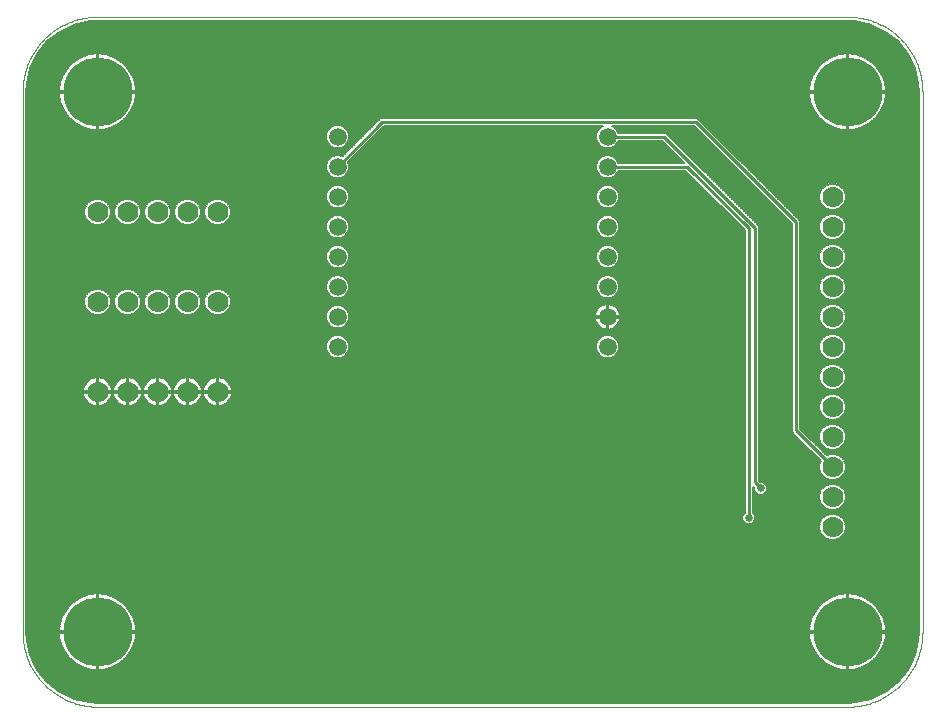
<source format=gbl>
G75*
%MOIN*%
%OFA0B0*%
%FSLAX25Y25*%
%IPPOS*%
%LPD*%
%AMOC8*
5,1,8,0,0,1.08239X$1,22.5*
%
%ADD10C,0.00000*%
%ADD11C,0.05906*%
%ADD12C,0.07000*%
%ADD13C,0.23000*%
%ADD14C,0.01000*%
%ADD15C,0.02578*%
%ADD16C,0.00600*%
D10*
X0026300Y0001300D02*
X0276300Y0001300D01*
X0276904Y0001307D01*
X0277508Y0001329D01*
X0278111Y0001366D01*
X0278713Y0001417D01*
X0279313Y0001482D01*
X0279912Y0001562D01*
X0280509Y0001657D01*
X0281103Y0001766D01*
X0281695Y0001889D01*
X0282283Y0002026D01*
X0282868Y0002178D01*
X0283449Y0002344D01*
X0284025Y0002524D01*
X0284598Y0002717D01*
X0285165Y0002925D01*
X0285727Y0003146D01*
X0286284Y0003380D01*
X0286835Y0003628D01*
X0287380Y0003889D01*
X0287918Y0004164D01*
X0288450Y0004451D01*
X0288974Y0004751D01*
X0289491Y0005063D01*
X0290000Y0005388D01*
X0290502Y0005725D01*
X0290995Y0006075D01*
X0291479Y0006436D01*
X0291955Y0006808D01*
X0292421Y0007192D01*
X0292878Y0007587D01*
X0293325Y0007993D01*
X0293763Y0008410D01*
X0294190Y0008837D01*
X0294607Y0009275D01*
X0295013Y0009722D01*
X0295408Y0010179D01*
X0295792Y0010645D01*
X0296164Y0011121D01*
X0296525Y0011605D01*
X0296875Y0012098D01*
X0297212Y0012600D01*
X0297537Y0013109D01*
X0297849Y0013626D01*
X0298149Y0014150D01*
X0298436Y0014682D01*
X0298711Y0015220D01*
X0298972Y0015765D01*
X0299220Y0016316D01*
X0299454Y0016873D01*
X0299675Y0017435D01*
X0299883Y0018002D01*
X0300076Y0018575D01*
X0300256Y0019151D01*
X0300422Y0019732D01*
X0300574Y0020317D01*
X0300711Y0020905D01*
X0300834Y0021497D01*
X0300943Y0022091D01*
X0301038Y0022688D01*
X0301118Y0023287D01*
X0301183Y0023887D01*
X0301234Y0024489D01*
X0301271Y0025092D01*
X0301293Y0025696D01*
X0301300Y0026300D01*
X0301300Y0206300D01*
X0301293Y0206904D01*
X0301271Y0207508D01*
X0301234Y0208111D01*
X0301183Y0208713D01*
X0301118Y0209313D01*
X0301038Y0209912D01*
X0300943Y0210509D01*
X0300834Y0211103D01*
X0300711Y0211695D01*
X0300574Y0212283D01*
X0300422Y0212868D01*
X0300256Y0213449D01*
X0300076Y0214025D01*
X0299883Y0214598D01*
X0299675Y0215165D01*
X0299454Y0215727D01*
X0299220Y0216284D01*
X0298972Y0216835D01*
X0298711Y0217380D01*
X0298436Y0217918D01*
X0298149Y0218450D01*
X0297849Y0218974D01*
X0297537Y0219491D01*
X0297212Y0220000D01*
X0296875Y0220502D01*
X0296525Y0220995D01*
X0296164Y0221479D01*
X0295792Y0221955D01*
X0295408Y0222421D01*
X0295013Y0222878D01*
X0294607Y0223325D01*
X0294190Y0223763D01*
X0293763Y0224190D01*
X0293325Y0224607D01*
X0292878Y0225013D01*
X0292421Y0225408D01*
X0291955Y0225792D01*
X0291479Y0226164D01*
X0290995Y0226525D01*
X0290502Y0226875D01*
X0290000Y0227212D01*
X0289491Y0227537D01*
X0288974Y0227849D01*
X0288450Y0228149D01*
X0287918Y0228436D01*
X0287380Y0228711D01*
X0286835Y0228972D01*
X0286284Y0229220D01*
X0285727Y0229454D01*
X0285165Y0229675D01*
X0284598Y0229883D01*
X0284025Y0230076D01*
X0283449Y0230256D01*
X0282868Y0230422D01*
X0282283Y0230574D01*
X0281695Y0230711D01*
X0281103Y0230834D01*
X0280509Y0230943D01*
X0279912Y0231038D01*
X0279313Y0231118D01*
X0278713Y0231183D01*
X0278111Y0231234D01*
X0277508Y0231271D01*
X0276904Y0231293D01*
X0276300Y0231300D01*
X0026300Y0231300D01*
X0025696Y0231293D01*
X0025092Y0231271D01*
X0024489Y0231234D01*
X0023887Y0231183D01*
X0023287Y0231118D01*
X0022688Y0231038D01*
X0022091Y0230943D01*
X0021497Y0230834D01*
X0020905Y0230711D01*
X0020317Y0230574D01*
X0019732Y0230422D01*
X0019151Y0230256D01*
X0018575Y0230076D01*
X0018002Y0229883D01*
X0017435Y0229675D01*
X0016873Y0229454D01*
X0016316Y0229220D01*
X0015765Y0228972D01*
X0015220Y0228711D01*
X0014682Y0228436D01*
X0014150Y0228149D01*
X0013626Y0227849D01*
X0013109Y0227537D01*
X0012600Y0227212D01*
X0012098Y0226875D01*
X0011605Y0226525D01*
X0011121Y0226164D01*
X0010645Y0225792D01*
X0010179Y0225408D01*
X0009722Y0225013D01*
X0009275Y0224607D01*
X0008837Y0224190D01*
X0008410Y0223763D01*
X0007993Y0223325D01*
X0007587Y0222878D01*
X0007192Y0222421D01*
X0006808Y0221955D01*
X0006436Y0221479D01*
X0006075Y0220995D01*
X0005725Y0220502D01*
X0005388Y0220000D01*
X0005063Y0219491D01*
X0004751Y0218974D01*
X0004451Y0218450D01*
X0004164Y0217918D01*
X0003889Y0217380D01*
X0003628Y0216835D01*
X0003380Y0216284D01*
X0003146Y0215727D01*
X0002925Y0215165D01*
X0002717Y0214598D01*
X0002524Y0214025D01*
X0002344Y0213449D01*
X0002178Y0212868D01*
X0002026Y0212283D01*
X0001889Y0211695D01*
X0001766Y0211103D01*
X0001657Y0210509D01*
X0001562Y0209912D01*
X0001482Y0209313D01*
X0001417Y0208713D01*
X0001366Y0208111D01*
X0001329Y0207508D01*
X0001307Y0206904D01*
X0001300Y0206300D01*
X0001300Y0026300D01*
X0001307Y0025696D01*
X0001329Y0025092D01*
X0001366Y0024489D01*
X0001417Y0023887D01*
X0001482Y0023287D01*
X0001562Y0022688D01*
X0001657Y0022091D01*
X0001766Y0021497D01*
X0001889Y0020905D01*
X0002026Y0020317D01*
X0002178Y0019732D01*
X0002344Y0019151D01*
X0002524Y0018575D01*
X0002717Y0018002D01*
X0002925Y0017435D01*
X0003146Y0016873D01*
X0003380Y0016316D01*
X0003628Y0015765D01*
X0003889Y0015220D01*
X0004164Y0014682D01*
X0004451Y0014150D01*
X0004751Y0013626D01*
X0005063Y0013109D01*
X0005388Y0012600D01*
X0005725Y0012098D01*
X0006075Y0011605D01*
X0006436Y0011121D01*
X0006808Y0010645D01*
X0007192Y0010179D01*
X0007587Y0009722D01*
X0007993Y0009275D01*
X0008410Y0008837D01*
X0008837Y0008410D01*
X0009275Y0007993D01*
X0009722Y0007587D01*
X0010179Y0007192D01*
X0010645Y0006808D01*
X0011121Y0006436D01*
X0011605Y0006075D01*
X0012098Y0005725D01*
X0012600Y0005388D01*
X0013109Y0005063D01*
X0013626Y0004751D01*
X0014150Y0004451D01*
X0014682Y0004164D01*
X0015220Y0003889D01*
X0015765Y0003628D01*
X0016316Y0003380D01*
X0016873Y0003146D01*
X0017435Y0002925D01*
X0018002Y0002717D01*
X0018575Y0002524D01*
X0019151Y0002344D01*
X0019732Y0002178D01*
X0020317Y0002026D01*
X0020905Y0001889D01*
X0021497Y0001766D01*
X0022091Y0001657D01*
X0022688Y0001562D01*
X0023287Y0001482D01*
X0023887Y0001417D01*
X0024489Y0001366D01*
X0025092Y0001329D01*
X0025696Y0001307D01*
X0026300Y0001300D01*
D11*
X0106300Y0121300D03*
X0106300Y0131300D03*
X0106300Y0141300D03*
X0106300Y0151300D03*
X0106300Y0161300D03*
X0106300Y0171300D03*
X0106300Y0181300D03*
X0106300Y0191300D03*
X0196300Y0191300D03*
X0196300Y0181300D03*
X0196300Y0171300D03*
X0196300Y0161300D03*
X0196300Y0151300D03*
X0196300Y0141300D03*
X0196300Y0131300D03*
X0196300Y0121300D03*
D12*
X0271300Y0121300D03*
X0271300Y0131300D03*
X0271300Y0141300D03*
X0271300Y0151300D03*
X0271300Y0161300D03*
X0271300Y0171300D03*
X0271300Y0111300D03*
X0271300Y0101300D03*
X0271300Y0091300D03*
X0271300Y0081300D03*
X0271300Y0071300D03*
X0271300Y0061300D03*
X0066300Y0106300D03*
X0056300Y0106300D03*
X0046300Y0106300D03*
X0036300Y0106300D03*
X0026300Y0106300D03*
X0026300Y0136300D03*
X0036300Y0136300D03*
X0046300Y0136300D03*
X0056300Y0136300D03*
X0066300Y0136300D03*
X0066300Y0166300D03*
X0056300Y0166300D03*
X0046300Y0166300D03*
X0036300Y0166300D03*
X0026300Y0166300D03*
D13*
X0026300Y0206300D03*
X0026300Y0026300D03*
X0276300Y0026300D03*
X0276300Y0206300D03*
D14*
X0259174Y0162717D02*
X0225709Y0196182D01*
X0121182Y0196182D01*
X0106300Y0181300D01*
X0196300Y0181300D02*
X0222875Y0181300D01*
X0243426Y0160749D01*
X0243426Y0064292D01*
X0247363Y0074135D02*
X0245394Y0076103D01*
X0245394Y0161043D01*
X0215138Y0191300D01*
X0196300Y0191300D01*
X0259174Y0162717D02*
X0259174Y0093426D01*
X0271300Y0081300D01*
D15*
X0247363Y0074135D03*
X0243426Y0064292D03*
D16*
X0292480Y0009081D02*
X0010120Y0009081D01*
X0009542Y0009542D02*
X0006233Y0013691D01*
X0006233Y0013691D01*
X0003930Y0018472D01*
X0002749Y0023646D01*
X0002600Y0026300D01*
X0002600Y0206300D01*
X0002749Y0208954D01*
X0003930Y0214128D01*
X0006233Y0218909D01*
X0009542Y0223058D01*
X0013691Y0226367D01*
X0018472Y0228670D01*
X0023646Y0229851D01*
X0026300Y0230000D01*
X0276300Y0230000D01*
X0278954Y0229851D01*
X0284128Y0228670D01*
X0288909Y0226367D01*
X0293058Y0223058D01*
X0296367Y0218909D01*
X0298670Y0214128D01*
X0299851Y0208954D01*
X0300000Y0206300D01*
X0300000Y0026300D01*
X0299851Y0023646D01*
X0298670Y0018472D01*
X0296367Y0013691D01*
X0293058Y0009542D01*
X0288909Y0006233D01*
X0284128Y0003930D01*
X0278954Y0002749D01*
X0276300Y0002600D01*
X0026300Y0002600D01*
X0023646Y0002749D01*
X0018472Y0003930D01*
X0013691Y0006233D01*
X0009542Y0009542D01*
X0009432Y0009679D02*
X0293168Y0009679D01*
X0293645Y0010278D02*
X0008955Y0010278D01*
X0008477Y0010876D02*
X0294123Y0010876D01*
X0294600Y0011475D02*
X0008000Y0011475D01*
X0007523Y0012073D02*
X0295077Y0012073D01*
X0295555Y0012672D02*
X0007045Y0012672D01*
X0006568Y0013270D02*
X0296032Y0013270D01*
X0296453Y0013869D02*
X0279414Y0013869D01*
X0280617Y0014234D01*
X0281779Y0014715D01*
X0282888Y0015308D01*
X0283934Y0016007D01*
X0284906Y0016804D01*
X0285796Y0017694D01*
X0286593Y0018666D01*
X0287292Y0019712D01*
X0287885Y0020821D01*
X0288366Y0021983D01*
X0288731Y0023186D01*
X0288977Y0024420D01*
X0289100Y0025671D01*
X0289100Y0026000D01*
X0276600Y0026000D01*
X0276600Y0026600D01*
X0289100Y0026600D01*
X0289100Y0026929D01*
X0288977Y0028180D01*
X0288731Y0029414D01*
X0288366Y0030617D01*
X0287885Y0031779D01*
X0287292Y0032888D01*
X0286593Y0033934D01*
X0285796Y0034906D01*
X0284906Y0035796D01*
X0283934Y0036593D01*
X0282888Y0037292D01*
X0281779Y0037885D01*
X0280617Y0038366D01*
X0279414Y0038731D01*
X0278180Y0038977D01*
X0276929Y0039100D01*
X0276600Y0039100D01*
X0276600Y0026600D01*
X0276000Y0026600D01*
X0276000Y0039100D01*
X0275671Y0039100D01*
X0274420Y0038977D01*
X0273186Y0038731D01*
X0271983Y0038366D01*
X0270821Y0037885D01*
X0269712Y0037292D01*
X0268666Y0036593D01*
X0267694Y0035796D01*
X0266804Y0034906D01*
X0266007Y0033934D01*
X0265308Y0032888D01*
X0264715Y0031779D01*
X0264234Y0030617D01*
X0263869Y0029414D01*
X0263623Y0028180D01*
X0263500Y0026929D01*
X0263500Y0026600D01*
X0276000Y0026600D01*
X0276000Y0026000D01*
X0276600Y0026000D01*
X0276600Y0013500D01*
X0276929Y0013500D01*
X0278180Y0013623D01*
X0279414Y0013869D01*
X0281181Y0014467D02*
X0296741Y0014467D01*
X0297030Y0015066D02*
X0282436Y0015066D01*
X0283422Y0015664D02*
X0297318Y0015664D01*
X0297606Y0016263D02*
X0284246Y0016263D01*
X0284963Y0016861D02*
X0297894Y0016861D01*
X0298182Y0017460D02*
X0285562Y0017460D01*
X0286095Y0018058D02*
X0298471Y0018058D01*
X0298712Y0018657D02*
X0286586Y0018657D01*
X0286987Y0019255D02*
X0298849Y0019255D01*
X0298985Y0019854D02*
X0287368Y0019854D01*
X0287688Y0020452D02*
X0299122Y0020452D01*
X0299259Y0021051D02*
X0287980Y0021051D01*
X0288228Y0021649D02*
X0299395Y0021649D01*
X0299532Y0022248D02*
X0288447Y0022248D01*
X0288628Y0022846D02*
X0299668Y0022846D01*
X0299805Y0023445D02*
X0288783Y0023445D01*
X0288902Y0024043D02*
X0299873Y0024043D01*
X0299907Y0024642D02*
X0288999Y0024642D01*
X0289058Y0025240D02*
X0299941Y0025240D01*
X0299974Y0025839D02*
X0289100Y0025839D01*
X0289089Y0027036D02*
X0300000Y0027036D01*
X0300000Y0027634D02*
X0289030Y0027634D01*
X0288966Y0028233D02*
X0300000Y0028233D01*
X0300000Y0028832D02*
X0288847Y0028832D01*
X0288726Y0029430D02*
X0300000Y0029430D01*
X0300000Y0030029D02*
X0288545Y0030029D01*
X0288362Y0030627D02*
X0300000Y0030627D01*
X0300000Y0031226D02*
X0288114Y0031226D01*
X0287861Y0031824D02*
X0300000Y0031824D01*
X0300000Y0032423D02*
X0287541Y0032423D01*
X0287204Y0033021D02*
X0300000Y0033021D01*
X0300000Y0033620D02*
X0286804Y0033620D01*
X0286360Y0034218D02*
X0300000Y0034218D01*
X0300000Y0034817D02*
X0285869Y0034817D01*
X0285287Y0035415D02*
X0300000Y0035415D01*
X0300000Y0036014D02*
X0284641Y0036014D01*
X0283906Y0036612D02*
X0300000Y0036612D01*
X0300000Y0037211D02*
X0283010Y0037211D01*
X0281921Y0037809D02*
X0300000Y0037809D01*
X0300000Y0038408D02*
X0280481Y0038408D01*
X0277881Y0039006D02*
X0300000Y0039006D01*
X0300000Y0039605D02*
X0002600Y0039605D01*
X0002600Y0040203D02*
X0300000Y0040203D01*
X0300000Y0040802D02*
X0002600Y0040802D01*
X0002600Y0041400D02*
X0300000Y0041400D01*
X0300000Y0041999D02*
X0002600Y0041999D01*
X0002600Y0042597D02*
X0300000Y0042597D01*
X0300000Y0043196D02*
X0002600Y0043196D01*
X0002600Y0043794D02*
X0300000Y0043794D01*
X0300000Y0044393D02*
X0002600Y0044393D01*
X0002600Y0044991D02*
X0300000Y0044991D01*
X0300000Y0045590D02*
X0002600Y0045590D01*
X0002600Y0046188D02*
X0300000Y0046188D01*
X0300000Y0046787D02*
X0002600Y0046787D01*
X0002600Y0047385D02*
X0300000Y0047385D01*
X0300000Y0047984D02*
X0002600Y0047984D01*
X0002600Y0048582D02*
X0300000Y0048582D01*
X0300000Y0049181D02*
X0002600Y0049181D01*
X0002600Y0049779D02*
X0300000Y0049779D01*
X0300000Y0050378D02*
X0002600Y0050378D01*
X0002600Y0050976D02*
X0300000Y0050976D01*
X0300000Y0051575D02*
X0002600Y0051575D01*
X0002600Y0052173D02*
X0300000Y0052173D01*
X0300000Y0052772D02*
X0002600Y0052772D01*
X0002600Y0053370D02*
X0300000Y0053370D01*
X0300000Y0053969D02*
X0002600Y0053969D01*
X0002600Y0054568D02*
X0300000Y0054568D01*
X0300000Y0055166D02*
X0002600Y0055166D01*
X0002600Y0055765D02*
X0300000Y0055765D01*
X0300000Y0056363D02*
X0002600Y0056363D01*
X0002600Y0056962D02*
X0270276Y0056962D01*
X0270425Y0056900D02*
X0272175Y0056900D01*
X0273792Y0057570D01*
X0275030Y0058808D01*
X0275700Y0060425D01*
X0275700Y0062175D01*
X0275030Y0063792D01*
X0273792Y0065030D01*
X0272175Y0065700D01*
X0270425Y0065700D01*
X0268808Y0065030D01*
X0267570Y0063792D01*
X0266900Y0062175D01*
X0266900Y0060425D01*
X0267570Y0058808D01*
X0268808Y0057570D01*
X0270425Y0056900D01*
X0268831Y0057560D02*
X0002600Y0057560D01*
X0002600Y0058159D02*
X0268219Y0058159D01*
X0267620Y0058757D02*
X0002600Y0058757D01*
X0002600Y0059356D02*
X0267343Y0059356D01*
X0267095Y0059954D02*
X0002600Y0059954D01*
X0002600Y0060553D02*
X0266900Y0060553D01*
X0266900Y0061151D02*
X0002600Y0061151D01*
X0002600Y0061750D02*
X0266900Y0061750D01*
X0266972Y0062348D02*
X0244578Y0062348D01*
X0244333Y0062103D02*
X0245615Y0063385D01*
X0245615Y0065199D01*
X0244826Y0065988D01*
X0244826Y0074692D01*
X0245174Y0074344D01*
X0245174Y0073228D01*
X0246456Y0071946D01*
X0248270Y0071946D01*
X0249552Y0073228D01*
X0249552Y0075041D01*
X0248270Y0076324D01*
X0247154Y0076324D01*
X0246794Y0076683D01*
X0246794Y0161623D01*
X0245974Y0162443D01*
X0215717Y0192700D01*
X0199890Y0192700D01*
X0199566Y0193482D01*
X0198482Y0194566D01*
X0197962Y0194782D01*
X0225130Y0194782D01*
X0257774Y0162137D01*
X0257774Y0092846D01*
X0258594Y0092026D01*
X0267352Y0083268D01*
X0266900Y0082175D01*
X0266900Y0080425D01*
X0267570Y0078808D01*
X0268808Y0077570D01*
X0270425Y0076900D01*
X0272175Y0076900D01*
X0273792Y0077570D01*
X0275030Y0078808D01*
X0275700Y0080425D01*
X0275700Y0082175D01*
X0275030Y0083792D01*
X0273792Y0085030D01*
X0272175Y0085700D01*
X0270425Y0085700D01*
X0269332Y0085248D01*
X0260574Y0094006D01*
X0260574Y0163297D01*
X0259754Y0164117D01*
X0226289Y0197582D01*
X0120602Y0197582D01*
X0119782Y0196762D01*
X0107849Y0184829D01*
X0107066Y0185153D01*
X0105534Y0185153D01*
X0104118Y0184566D01*
X0103034Y0183482D01*
X0102447Y0182066D01*
X0102447Y0180534D01*
X0103034Y0179118D01*
X0104118Y0178034D01*
X0105534Y0177447D01*
X0107066Y0177447D01*
X0108482Y0178034D01*
X0109566Y0179118D01*
X0110153Y0180534D01*
X0110153Y0182066D01*
X0109829Y0182849D01*
X0121762Y0194782D01*
X0194638Y0194782D01*
X0194118Y0194566D01*
X0193034Y0193482D01*
X0192447Y0192066D01*
X0192447Y0190534D01*
X0193034Y0189118D01*
X0194118Y0188034D01*
X0195534Y0187447D01*
X0197066Y0187447D01*
X0198482Y0188034D01*
X0199566Y0189118D01*
X0199890Y0189900D01*
X0214558Y0189900D01*
X0221758Y0182700D01*
X0199890Y0182700D01*
X0199566Y0183482D01*
X0198482Y0184566D01*
X0197066Y0185153D01*
X0195534Y0185153D01*
X0194118Y0184566D01*
X0193034Y0183482D01*
X0192447Y0182066D01*
X0192447Y0180534D01*
X0193034Y0179118D01*
X0194118Y0178034D01*
X0195534Y0177447D01*
X0197066Y0177447D01*
X0198482Y0178034D01*
X0199566Y0179118D01*
X0199890Y0179900D01*
X0222295Y0179900D01*
X0242026Y0160169D01*
X0242026Y0065988D01*
X0241237Y0065199D01*
X0241237Y0063385D01*
X0242519Y0062103D01*
X0244333Y0062103D01*
X0245176Y0062947D02*
X0267220Y0062947D01*
X0267467Y0063545D02*
X0245615Y0063545D01*
X0245615Y0064144D02*
X0267921Y0064144D01*
X0268520Y0064742D02*
X0245615Y0064742D01*
X0245473Y0065341D02*
X0269557Y0065341D01*
X0270425Y0066900D02*
X0272175Y0066900D01*
X0273792Y0067570D01*
X0275030Y0068808D01*
X0275700Y0070425D01*
X0275700Y0072175D01*
X0275030Y0073792D01*
X0273792Y0075030D01*
X0272175Y0075700D01*
X0270425Y0075700D01*
X0268808Y0075030D01*
X0267570Y0073792D01*
X0266900Y0072175D01*
X0266900Y0070425D01*
X0267570Y0068808D01*
X0268808Y0067570D01*
X0270425Y0066900D01*
X0269854Y0067136D02*
X0244826Y0067136D01*
X0244826Y0066538D02*
X0300000Y0066538D01*
X0300000Y0067136D02*
X0272746Y0067136D01*
X0273957Y0067735D02*
X0300000Y0067735D01*
X0300000Y0068333D02*
X0274556Y0068333D01*
X0275082Y0068932D02*
X0300000Y0068932D01*
X0300000Y0069530D02*
X0275329Y0069530D01*
X0275577Y0070129D02*
X0300000Y0070129D01*
X0300000Y0070727D02*
X0275700Y0070727D01*
X0275700Y0071326D02*
X0300000Y0071326D01*
X0300000Y0071924D02*
X0275700Y0071924D01*
X0275556Y0072523D02*
X0300000Y0072523D01*
X0300000Y0073121D02*
X0275308Y0073121D01*
X0275060Y0073720D02*
X0300000Y0073720D01*
X0300000Y0074318D02*
X0274504Y0074318D01*
X0273906Y0074917D02*
X0300000Y0074917D01*
X0300000Y0075515D02*
X0272621Y0075515D01*
X0273167Y0077311D02*
X0300000Y0077311D01*
X0300000Y0077909D02*
X0274132Y0077909D01*
X0274730Y0078508D02*
X0300000Y0078508D01*
X0300000Y0079106D02*
X0275154Y0079106D01*
X0275402Y0079705D02*
X0300000Y0079705D01*
X0300000Y0080303D02*
X0275650Y0080303D01*
X0275700Y0080902D02*
X0300000Y0080902D01*
X0300000Y0081501D02*
X0275700Y0081501D01*
X0275700Y0082099D02*
X0300000Y0082099D01*
X0300000Y0082698D02*
X0275484Y0082698D01*
X0275236Y0083296D02*
X0300000Y0083296D01*
X0300000Y0083895D02*
X0274928Y0083895D01*
X0274329Y0084493D02*
X0300000Y0084493D01*
X0300000Y0085092D02*
X0273644Y0085092D01*
X0272199Y0085690D02*
X0300000Y0085690D01*
X0300000Y0086289D02*
X0268291Y0086289D01*
X0267693Y0086887D02*
X0300000Y0086887D01*
X0300000Y0087486D02*
X0273589Y0087486D01*
X0273792Y0087570D02*
X0275030Y0088808D01*
X0275700Y0090425D01*
X0275700Y0092175D01*
X0275030Y0093792D01*
X0273792Y0095030D01*
X0272175Y0095700D01*
X0270425Y0095700D01*
X0268808Y0095030D01*
X0267570Y0093792D01*
X0266900Y0092175D01*
X0266900Y0090425D01*
X0267570Y0088808D01*
X0268808Y0087570D01*
X0270425Y0086900D01*
X0272175Y0086900D01*
X0273792Y0087570D01*
X0274307Y0088084D02*
X0300000Y0088084D01*
X0300000Y0088683D02*
X0274905Y0088683D01*
X0275226Y0089281D02*
X0300000Y0089281D01*
X0300000Y0089880D02*
X0275474Y0089880D01*
X0275700Y0090478D02*
X0300000Y0090478D01*
X0300000Y0091077D02*
X0275700Y0091077D01*
X0275700Y0091675D02*
X0300000Y0091675D01*
X0300000Y0092274D02*
X0275659Y0092274D01*
X0275411Y0092872D02*
X0300000Y0092872D01*
X0300000Y0093471D02*
X0275163Y0093471D01*
X0274753Y0094069D02*
X0300000Y0094069D01*
X0300000Y0094668D02*
X0274155Y0094668D01*
X0273222Y0095266D02*
X0300000Y0095266D01*
X0300000Y0095865D02*
X0260574Y0095865D01*
X0260574Y0096463D02*
X0300000Y0096463D01*
X0300000Y0097062D02*
X0272566Y0097062D01*
X0272175Y0096900D02*
X0273792Y0097570D01*
X0275030Y0098808D01*
X0275700Y0100425D01*
X0275700Y0102175D01*
X0275030Y0103792D01*
X0273792Y0105030D01*
X0272175Y0105700D01*
X0270425Y0105700D01*
X0268808Y0105030D01*
X0267570Y0103792D01*
X0266900Y0102175D01*
X0266900Y0100425D01*
X0267570Y0098808D01*
X0268808Y0097570D01*
X0270425Y0096900D01*
X0272175Y0096900D01*
X0273883Y0097660D02*
X0300000Y0097660D01*
X0300000Y0098259D02*
X0274481Y0098259D01*
X0275051Y0098857D02*
X0300000Y0098857D01*
X0300000Y0099456D02*
X0275299Y0099456D01*
X0275547Y0100054D02*
X0300000Y0100054D01*
X0300000Y0100653D02*
X0275700Y0100653D01*
X0275700Y0101251D02*
X0300000Y0101251D01*
X0300000Y0101850D02*
X0275700Y0101850D01*
X0275587Y0102448D02*
X0300000Y0102448D01*
X0300000Y0103047D02*
X0275339Y0103047D01*
X0275091Y0103645D02*
X0300000Y0103645D01*
X0300000Y0104244D02*
X0274579Y0104244D01*
X0273980Y0104842D02*
X0300000Y0104842D01*
X0300000Y0105441D02*
X0272801Y0105441D01*
X0272175Y0106900D02*
X0273792Y0107570D01*
X0275030Y0108808D01*
X0275700Y0110425D01*
X0275700Y0112175D01*
X0275030Y0113792D01*
X0273792Y0115030D01*
X0272175Y0115700D01*
X0270425Y0115700D01*
X0268808Y0115030D01*
X0267570Y0113792D01*
X0266900Y0112175D01*
X0266900Y0110425D01*
X0267570Y0108808D01*
X0268808Y0107570D01*
X0270425Y0106900D01*
X0272175Y0106900D01*
X0272988Y0107237D02*
X0300000Y0107237D01*
X0300000Y0107835D02*
X0274058Y0107835D01*
X0274656Y0108434D02*
X0300000Y0108434D01*
X0300000Y0109032D02*
X0275123Y0109032D01*
X0275371Y0109631D02*
X0300000Y0109631D01*
X0300000Y0110229D02*
X0275619Y0110229D01*
X0275700Y0110828D02*
X0300000Y0110828D01*
X0300000Y0111426D02*
X0275700Y0111426D01*
X0275700Y0112025D02*
X0300000Y0112025D01*
X0300000Y0112623D02*
X0275514Y0112623D01*
X0275267Y0113222D02*
X0300000Y0113222D01*
X0300000Y0113820D02*
X0275002Y0113820D01*
X0274404Y0114419D02*
X0300000Y0114419D01*
X0300000Y0115017D02*
X0273805Y0115017D01*
X0272379Y0115616D02*
X0300000Y0115616D01*
X0300000Y0116214D02*
X0260574Y0116214D01*
X0260574Y0115616D02*
X0270221Y0115616D01*
X0270425Y0116900D02*
X0268808Y0117570D01*
X0267570Y0118808D01*
X0266900Y0120425D01*
X0266900Y0122175D01*
X0267570Y0123792D01*
X0268808Y0125030D01*
X0270425Y0125700D01*
X0272175Y0125700D01*
X0273792Y0125030D01*
X0275030Y0123792D01*
X0275700Y0122175D01*
X0275700Y0120425D01*
X0275030Y0118808D01*
X0273792Y0117570D01*
X0272175Y0116900D01*
X0270425Y0116900D01*
X0269191Y0117411D02*
X0260574Y0117411D01*
X0260574Y0116813D02*
X0300000Y0116813D01*
X0300000Y0117411D02*
X0273409Y0117411D01*
X0274232Y0118010D02*
X0300000Y0118010D01*
X0300000Y0118608D02*
X0274831Y0118608D01*
X0275195Y0119207D02*
X0300000Y0119207D01*
X0300000Y0119805D02*
X0275443Y0119805D01*
X0275691Y0120404D02*
X0300000Y0120404D01*
X0300000Y0121002D02*
X0275700Y0121002D01*
X0275700Y0121601D02*
X0300000Y0121601D01*
X0300000Y0122199D02*
X0275690Y0122199D01*
X0275442Y0122798D02*
X0300000Y0122798D01*
X0300000Y0123396D02*
X0275194Y0123396D01*
X0274828Y0123995D02*
X0300000Y0123995D01*
X0300000Y0124593D02*
X0274229Y0124593D01*
X0273402Y0125192D02*
X0300000Y0125192D01*
X0300000Y0125790D02*
X0260574Y0125790D01*
X0260574Y0125192D02*
X0269198Y0125192D01*
X0268371Y0124593D02*
X0260574Y0124593D01*
X0260574Y0123995D02*
X0267772Y0123995D01*
X0267406Y0123396D02*
X0260574Y0123396D01*
X0260574Y0122798D02*
X0267158Y0122798D01*
X0266910Y0122199D02*
X0260574Y0122199D01*
X0260574Y0121601D02*
X0266900Y0121601D01*
X0266900Y0121002D02*
X0260574Y0121002D01*
X0260574Y0120404D02*
X0266909Y0120404D01*
X0267157Y0119805D02*
X0260574Y0119805D01*
X0260574Y0119207D02*
X0267405Y0119207D01*
X0267769Y0118608D02*
X0260574Y0118608D01*
X0260574Y0118010D02*
X0268368Y0118010D01*
X0268795Y0115017D02*
X0260574Y0115017D01*
X0260574Y0114419D02*
X0268196Y0114419D01*
X0267598Y0113820D02*
X0260574Y0113820D01*
X0260574Y0113222D02*
X0267333Y0113222D01*
X0267086Y0112623D02*
X0260574Y0112623D01*
X0260574Y0112025D02*
X0266900Y0112025D01*
X0266900Y0111426D02*
X0260574Y0111426D01*
X0260574Y0110828D02*
X0266900Y0110828D01*
X0266981Y0110229D02*
X0260574Y0110229D01*
X0260574Y0109631D02*
X0267229Y0109631D01*
X0267477Y0109032D02*
X0260574Y0109032D01*
X0260574Y0108434D02*
X0267944Y0108434D01*
X0268542Y0107835D02*
X0260574Y0107835D01*
X0260574Y0107237D02*
X0269612Y0107237D01*
X0269799Y0105441D02*
X0260574Y0105441D01*
X0260574Y0106039D02*
X0300000Y0106039D01*
X0300000Y0106638D02*
X0260574Y0106638D01*
X0260574Y0104842D02*
X0268620Y0104842D01*
X0268021Y0104244D02*
X0260574Y0104244D01*
X0260574Y0103645D02*
X0267509Y0103645D01*
X0267261Y0103047D02*
X0260574Y0103047D01*
X0260574Y0102448D02*
X0267013Y0102448D01*
X0266900Y0101850D02*
X0260574Y0101850D01*
X0260574Y0101251D02*
X0266900Y0101251D01*
X0266900Y0100653D02*
X0260574Y0100653D01*
X0260574Y0100054D02*
X0267053Y0100054D01*
X0267301Y0099456D02*
X0260574Y0099456D01*
X0260574Y0098857D02*
X0267549Y0098857D01*
X0268119Y0098259D02*
X0260574Y0098259D01*
X0260574Y0097660D02*
X0268717Y0097660D01*
X0270034Y0097062D02*
X0260574Y0097062D01*
X0260574Y0095266D02*
X0269378Y0095266D01*
X0268445Y0094668D02*
X0260574Y0094668D01*
X0260574Y0094069D02*
X0267847Y0094069D01*
X0267437Y0093471D02*
X0261109Y0093471D01*
X0261708Y0092872D02*
X0267189Y0092872D01*
X0266941Y0092274D02*
X0262306Y0092274D01*
X0262905Y0091675D02*
X0266900Y0091675D01*
X0266900Y0091077D02*
X0263503Y0091077D01*
X0264102Y0090478D02*
X0266900Y0090478D01*
X0267126Y0089880D02*
X0264700Y0089880D01*
X0265299Y0089281D02*
X0267374Y0089281D01*
X0267695Y0088683D02*
X0265897Y0088683D01*
X0266496Y0088084D02*
X0268293Y0088084D01*
X0269011Y0087486D02*
X0267094Y0087486D01*
X0268890Y0085690D02*
X0270401Y0085690D01*
X0267324Y0083296D02*
X0246794Y0083296D01*
X0246794Y0082698D02*
X0267116Y0082698D01*
X0266900Y0082099D02*
X0246794Y0082099D01*
X0246794Y0081501D02*
X0266900Y0081501D01*
X0266900Y0080902D02*
X0246794Y0080902D01*
X0246794Y0080303D02*
X0266950Y0080303D01*
X0267198Y0079705D02*
X0246794Y0079705D01*
X0246794Y0079106D02*
X0267446Y0079106D01*
X0267869Y0078508D02*
X0246794Y0078508D01*
X0246794Y0077909D02*
X0268468Y0077909D01*
X0269433Y0077311D02*
X0246794Y0077311D01*
X0246794Y0076712D02*
X0300000Y0076712D01*
X0300000Y0076114D02*
X0248479Y0076114D01*
X0249078Y0075515D02*
X0269979Y0075515D01*
X0268694Y0074917D02*
X0249552Y0074917D01*
X0249552Y0074318D02*
X0268096Y0074318D01*
X0267540Y0073720D02*
X0249552Y0073720D01*
X0249445Y0073121D02*
X0267292Y0073121D01*
X0267044Y0072523D02*
X0248847Y0072523D01*
X0245879Y0072523D02*
X0244826Y0072523D01*
X0244826Y0073121D02*
X0245281Y0073121D01*
X0245174Y0073720D02*
X0244826Y0073720D01*
X0244826Y0074318D02*
X0245174Y0074318D01*
X0244826Y0071924D02*
X0266900Y0071924D01*
X0266900Y0071326D02*
X0244826Y0071326D01*
X0244826Y0070727D02*
X0266900Y0070727D01*
X0267023Y0070129D02*
X0244826Y0070129D01*
X0244826Y0069530D02*
X0267270Y0069530D01*
X0267518Y0068932D02*
X0244826Y0068932D01*
X0244826Y0068333D02*
X0268044Y0068333D01*
X0268643Y0067735D02*
X0244826Y0067735D01*
X0244875Y0065939D02*
X0300000Y0065939D01*
X0300000Y0065341D02*
X0273043Y0065341D01*
X0274080Y0064742D02*
X0300000Y0064742D01*
X0300000Y0064144D02*
X0274679Y0064144D01*
X0275133Y0063545D02*
X0300000Y0063545D01*
X0300000Y0062947D02*
X0275380Y0062947D01*
X0275628Y0062348D02*
X0300000Y0062348D01*
X0300000Y0061750D02*
X0275700Y0061750D01*
X0275700Y0061151D02*
X0300000Y0061151D01*
X0300000Y0060553D02*
X0275700Y0060553D01*
X0275505Y0059954D02*
X0300000Y0059954D01*
X0300000Y0059356D02*
X0275257Y0059356D01*
X0274980Y0058757D02*
X0300000Y0058757D01*
X0300000Y0058159D02*
X0274381Y0058159D01*
X0273769Y0057560D02*
X0300000Y0057560D01*
X0300000Y0056962D02*
X0272324Y0056962D01*
X0274719Y0039006D02*
X0027881Y0039006D01*
X0028180Y0038977D02*
X0026929Y0039100D01*
X0026600Y0039100D01*
X0026600Y0026600D01*
X0039100Y0026600D01*
X0039100Y0026929D01*
X0038977Y0028180D01*
X0038731Y0029414D01*
X0038366Y0030617D01*
X0037885Y0031779D01*
X0037292Y0032888D01*
X0036593Y0033934D01*
X0035796Y0034906D01*
X0034906Y0035796D01*
X0033934Y0036593D01*
X0032888Y0037292D01*
X0031779Y0037885D01*
X0030617Y0038366D01*
X0029414Y0038731D01*
X0028180Y0038977D01*
X0026600Y0039006D02*
X0026000Y0039006D01*
X0026000Y0039100D02*
X0025671Y0039100D01*
X0024420Y0038977D01*
X0023186Y0038731D01*
X0021983Y0038366D01*
X0020821Y0037885D01*
X0019712Y0037292D01*
X0018666Y0036593D01*
X0017694Y0035796D01*
X0016804Y0034906D01*
X0016007Y0033934D01*
X0015308Y0032888D01*
X0014715Y0031779D01*
X0014234Y0030617D01*
X0013869Y0029414D01*
X0013623Y0028180D01*
X0013500Y0026929D01*
X0013500Y0026600D01*
X0026000Y0026600D01*
X0026000Y0039100D01*
X0026000Y0038408D02*
X0026600Y0038408D01*
X0026600Y0037809D02*
X0026000Y0037809D01*
X0026000Y0037211D02*
X0026600Y0037211D01*
X0026600Y0036612D02*
X0026000Y0036612D01*
X0026000Y0036014D02*
X0026600Y0036014D01*
X0026600Y0035415D02*
X0026000Y0035415D01*
X0026000Y0034817D02*
X0026600Y0034817D01*
X0026600Y0034218D02*
X0026000Y0034218D01*
X0026000Y0033620D02*
X0026600Y0033620D01*
X0026600Y0033021D02*
X0026000Y0033021D01*
X0026000Y0032423D02*
X0026600Y0032423D01*
X0026600Y0031824D02*
X0026000Y0031824D01*
X0026000Y0031226D02*
X0026600Y0031226D01*
X0026600Y0030627D02*
X0026000Y0030627D01*
X0026000Y0030029D02*
X0026600Y0030029D01*
X0026600Y0029430D02*
X0026000Y0029430D01*
X0026000Y0028832D02*
X0026600Y0028832D01*
X0026600Y0028233D02*
X0026000Y0028233D01*
X0026000Y0027634D02*
X0026600Y0027634D01*
X0026600Y0027036D02*
X0026000Y0027036D01*
X0026000Y0026600D02*
X0026600Y0026600D01*
X0026600Y0026000D01*
X0039100Y0026000D01*
X0039100Y0025671D01*
X0038977Y0024420D01*
X0038731Y0023186D01*
X0038366Y0021983D01*
X0037885Y0020821D01*
X0037292Y0019712D01*
X0036593Y0018666D01*
X0035796Y0017694D01*
X0034906Y0016804D01*
X0033934Y0016007D01*
X0032888Y0015308D01*
X0031779Y0014715D01*
X0030617Y0014234D01*
X0029414Y0013869D01*
X0273186Y0013869D01*
X0274420Y0013623D01*
X0275671Y0013500D01*
X0276000Y0013500D01*
X0276000Y0026000D01*
X0263500Y0026000D01*
X0263500Y0025671D01*
X0263623Y0024420D01*
X0263869Y0023186D01*
X0264234Y0021983D01*
X0264715Y0020821D01*
X0265308Y0019712D01*
X0266007Y0018666D01*
X0266804Y0017694D01*
X0267694Y0016804D01*
X0268666Y0016007D01*
X0269712Y0015308D01*
X0270821Y0014715D01*
X0271983Y0014234D01*
X0273186Y0013869D01*
X0271419Y0014467D02*
X0031181Y0014467D01*
X0032436Y0015066D02*
X0270164Y0015066D01*
X0269178Y0015664D02*
X0033422Y0015664D01*
X0034246Y0016263D02*
X0268354Y0016263D01*
X0267637Y0016861D02*
X0034963Y0016861D01*
X0035562Y0017460D02*
X0267038Y0017460D01*
X0266505Y0018058D02*
X0036095Y0018058D01*
X0036586Y0018657D02*
X0266014Y0018657D01*
X0265613Y0019255D02*
X0036987Y0019255D01*
X0037368Y0019854D02*
X0265232Y0019854D01*
X0264912Y0020452D02*
X0037688Y0020452D01*
X0037980Y0021051D02*
X0264620Y0021051D01*
X0264372Y0021649D02*
X0038228Y0021649D01*
X0038447Y0022248D02*
X0264153Y0022248D01*
X0263972Y0022846D02*
X0038628Y0022846D01*
X0038783Y0023445D02*
X0263817Y0023445D01*
X0263698Y0024043D02*
X0038902Y0024043D01*
X0038999Y0024642D02*
X0263601Y0024642D01*
X0263542Y0025240D02*
X0039058Y0025240D01*
X0039100Y0025839D02*
X0263500Y0025839D01*
X0263511Y0027036D02*
X0039089Y0027036D01*
X0039030Y0027634D02*
X0263570Y0027634D01*
X0263634Y0028233D02*
X0038966Y0028233D01*
X0038847Y0028832D02*
X0263753Y0028832D01*
X0263874Y0029430D02*
X0038726Y0029430D01*
X0038545Y0030029D02*
X0264055Y0030029D01*
X0264238Y0030627D02*
X0038362Y0030627D01*
X0038114Y0031226D02*
X0264486Y0031226D01*
X0264739Y0031824D02*
X0037861Y0031824D01*
X0037541Y0032423D02*
X0265059Y0032423D01*
X0265396Y0033021D02*
X0037204Y0033021D01*
X0036804Y0033620D02*
X0265796Y0033620D01*
X0266240Y0034218D02*
X0036360Y0034218D01*
X0035869Y0034817D02*
X0266731Y0034817D01*
X0267313Y0035415D02*
X0035287Y0035415D01*
X0034641Y0036014D02*
X0267959Y0036014D01*
X0268694Y0036612D02*
X0033906Y0036612D01*
X0033010Y0037211D02*
X0269590Y0037211D01*
X0270679Y0037809D02*
X0031921Y0037809D01*
X0030481Y0038408D02*
X0272119Y0038408D01*
X0276000Y0038408D02*
X0276600Y0038408D01*
X0276600Y0039006D02*
X0276000Y0039006D01*
X0276000Y0037809D02*
X0276600Y0037809D01*
X0276600Y0037211D02*
X0276000Y0037211D01*
X0276000Y0036612D02*
X0276600Y0036612D01*
X0276600Y0036014D02*
X0276000Y0036014D01*
X0276000Y0035415D02*
X0276600Y0035415D01*
X0276600Y0034817D02*
X0276000Y0034817D01*
X0276000Y0034218D02*
X0276600Y0034218D01*
X0276600Y0033620D02*
X0276000Y0033620D01*
X0276000Y0033021D02*
X0276600Y0033021D01*
X0276600Y0032423D02*
X0276000Y0032423D01*
X0276000Y0031824D02*
X0276600Y0031824D01*
X0276600Y0031226D02*
X0276000Y0031226D01*
X0276000Y0030627D02*
X0276600Y0030627D01*
X0276600Y0030029D02*
X0276000Y0030029D01*
X0276000Y0029430D02*
X0276600Y0029430D01*
X0276600Y0028832D02*
X0276000Y0028832D01*
X0276000Y0028233D02*
X0276600Y0028233D01*
X0276600Y0027634D02*
X0276000Y0027634D01*
X0276000Y0027036D02*
X0276600Y0027036D01*
X0276600Y0026437D02*
X0300000Y0026437D01*
X0291730Y0008482D02*
X0010870Y0008482D01*
X0011621Y0007884D02*
X0290979Y0007884D01*
X0290229Y0007285D02*
X0012371Y0007285D01*
X0013122Y0006687D02*
X0289478Y0006687D01*
X0288609Y0006088D02*
X0013991Y0006088D01*
X0015234Y0005490D02*
X0287366Y0005490D01*
X0286123Y0004891D02*
X0016477Y0004891D01*
X0017719Y0004293D02*
X0284881Y0004293D01*
X0283094Y0003694D02*
X0019506Y0003694D01*
X0022128Y0003096D02*
X0280472Y0003096D01*
X0276600Y0013869D02*
X0276000Y0013869D01*
X0276000Y0014467D02*
X0276600Y0014467D01*
X0276600Y0015066D02*
X0276000Y0015066D01*
X0276000Y0015664D02*
X0276600Y0015664D01*
X0276600Y0016263D02*
X0276000Y0016263D01*
X0276000Y0016861D02*
X0276600Y0016861D01*
X0276600Y0017460D02*
X0276000Y0017460D01*
X0276000Y0018058D02*
X0276600Y0018058D01*
X0276600Y0018657D02*
X0276000Y0018657D01*
X0276000Y0019255D02*
X0276600Y0019255D01*
X0276600Y0019854D02*
X0276000Y0019854D01*
X0276000Y0020452D02*
X0276600Y0020452D01*
X0276600Y0021051D02*
X0276000Y0021051D01*
X0276000Y0021649D02*
X0276600Y0021649D01*
X0276600Y0022248D02*
X0276000Y0022248D01*
X0276000Y0022846D02*
X0276600Y0022846D01*
X0276600Y0023445D02*
X0276000Y0023445D01*
X0276000Y0024043D02*
X0276600Y0024043D01*
X0276600Y0024642D02*
X0276000Y0024642D01*
X0276000Y0025240D02*
X0276600Y0025240D01*
X0276600Y0025839D02*
X0276000Y0025839D01*
X0276000Y0026437D02*
X0026600Y0026437D01*
X0026600Y0026000D02*
X0026600Y0013500D01*
X0026929Y0013500D01*
X0028180Y0013623D01*
X0029414Y0013869D01*
X0026600Y0013869D02*
X0026000Y0013869D01*
X0026000Y0013500D02*
X0026000Y0026000D01*
X0026600Y0026000D01*
X0026600Y0025839D02*
X0026000Y0025839D01*
X0026000Y0026000D02*
X0013500Y0026000D01*
X0013500Y0025671D01*
X0013623Y0024420D01*
X0013869Y0023186D01*
X0014234Y0021983D01*
X0014715Y0020821D01*
X0015308Y0019712D01*
X0016007Y0018666D01*
X0016804Y0017694D01*
X0017694Y0016804D01*
X0018666Y0016007D01*
X0019712Y0015308D01*
X0020821Y0014715D01*
X0021983Y0014234D01*
X0023186Y0013869D01*
X0006147Y0013869D01*
X0005859Y0014467D02*
X0021419Y0014467D01*
X0020164Y0015066D02*
X0005570Y0015066D01*
X0005282Y0015664D02*
X0019178Y0015664D01*
X0018354Y0016263D02*
X0004994Y0016263D01*
X0004706Y0016861D02*
X0017637Y0016861D01*
X0017038Y0017460D02*
X0004418Y0017460D01*
X0004129Y0018058D02*
X0016505Y0018058D01*
X0016014Y0018657D02*
X0003888Y0018657D01*
X0003751Y0019255D02*
X0015613Y0019255D01*
X0015232Y0019854D02*
X0003615Y0019854D01*
X0003478Y0020452D02*
X0014912Y0020452D01*
X0014620Y0021051D02*
X0003341Y0021051D01*
X0003205Y0021649D02*
X0014372Y0021649D01*
X0014153Y0022248D02*
X0003068Y0022248D01*
X0002932Y0022846D02*
X0013972Y0022846D01*
X0013817Y0023445D02*
X0002795Y0023445D01*
X0002727Y0024043D02*
X0013698Y0024043D01*
X0013601Y0024642D02*
X0002693Y0024642D01*
X0002659Y0025240D02*
X0013542Y0025240D01*
X0013500Y0025839D02*
X0002626Y0025839D01*
X0002600Y0026437D02*
X0026000Y0026437D01*
X0026000Y0026600D02*
X0026000Y0026000D01*
X0026000Y0025240D02*
X0026600Y0025240D01*
X0026600Y0024642D02*
X0026000Y0024642D01*
X0026000Y0024043D02*
X0026600Y0024043D01*
X0026600Y0023445D02*
X0026000Y0023445D01*
X0026000Y0022846D02*
X0026600Y0022846D01*
X0026600Y0022248D02*
X0026000Y0022248D01*
X0026000Y0021649D02*
X0026600Y0021649D01*
X0026600Y0021051D02*
X0026000Y0021051D01*
X0026000Y0020452D02*
X0026600Y0020452D01*
X0026600Y0019854D02*
X0026000Y0019854D01*
X0026000Y0019255D02*
X0026600Y0019255D01*
X0026600Y0018657D02*
X0026000Y0018657D01*
X0026000Y0018058D02*
X0026600Y0018058D01*
X0026600Y0017460D02*
X0026000Y0017460D01*
X0026000Y0016861D02*
X0026600Y0016861D01*
X0026600Y0016263D02*
X0026000Y0016263D01*
X0026000Y0015664D02*
X0026600Y0015664D01*
X0026600Y0015066D02*
X0026000Y0015066D01*
X0026000Y0014467D02*
X0026600Y0014467D01*
X0026000Y0013500D02*
X0025671Y0013500D01*
X0024420Y0013623D01*
X0023186Y0013869D01*
X0013511Y0027036D02*
X0002600Y0027036D01*
X0002600Y0027634D02*
X0013570Y0027634D01*
X0013634Y0028233D02*
X0002600Y0028233D01*
X0002600Y0028832D02*
X0013753Y0028832D01*
X0013874Y0029430D02*
X0002600Y0029430D01*
X0002600Y0030029D02*
X0014055Y0030029D01*
X0014238Y0030627D02*
X0002600Y0030627D01*
X0002600Y0031226D02*
X0014486Y0031226D01*
X0014739Y0031824D02*
X0002600Y0031824D01*
X0002600Y0032423D02*
X0015059Y0032423D01*
X0015396Y0033021D02*
X0002600Y0033021D01*
X0002600Y0033620D02*
X0015796Y0033620D01*
X0016240Y0034218D02*
X0002600Y0034218D01*
X0002600Y0034817D02*
X0016731Y0034817D01*
X0017313Y0035415D02*
X0002600Y0035415D01*
X0002600Y0036014D02*
X0017959Y0036014D01*
X0018694Y0036612D02*
X0002600Y0036612D01*
X0002600Y0037211D02*
X0019590Y0037211D01*
X0020679Y0037809D02*
X0002600Y0037809D01*
X0002600Y0038408D02*
X0022119Y0038408D01*
X0024719Y0039006D02*
X0002600Y0039006D01*
X0002600Y0062348D02*
X0242274Y0062348D01*
X0241676Y0062947D02*
X0002600Y0062947D01*
X0002600Y0063545D02*
X0241237Y0063545D01*
X0241237Y0064144D02*
X0002600Y0064144D01*
X0002600Y0064742D02*
X0241237Y0064742D01*
X0241379Y0065341D02*
X0002600Y0065341D01*
X0002600Y0065939D02*
X0241977Y0065939D01*
X0242026Y0066538D02*
X0002600Y0066538D01*
X0002600Y0067136D02*
X0242026Y0067136D01*
X0242026Y0067735D02*
X0002600Y0067735D01*
X0002600Y0068333D02*
X0242026Y0068333D01*
X0242026Y0068932D02*
X0002600Y0068932D01*
X0002600Y0069530D02*
X0242026Y0069530D01*
X0242026Y0070129D02*
X0002600Y0070129D01*
X0002600Y0070727D02*
X0242026Y0070727D01*
X0242026Y0071326D02*
X0002600Y0071326D01*
X0002600Y0071924D02*
X0242026Y0071924D01*
X0242026Y0072523D02*
X0002600Y0072523D01*
X0002600Y0073121D02*
X0242026Y0073121D01*
X0242026Y0073720D02*
X0002600Y0073720D01*
X0002600Y0074318D02*
X0242026Y0074318D01*
X0242026Y0074917D02*
X0002600Y0074917D01*
X0002600Y0075515D02*
X0242026Y0075515D01*
X0242026Y0076114D02*
X0002600Y0076114D01*
X0002600Y0076712D02*
X0242026Y0076712D01*
X0242026Y0077311D02*
X0002600Y0077311D01*
X0002600Y0077909D02*
X0242026Y0077909D01*
X0242026Y0078508D02*
X0002600Y0078508D01*
X0002600Y0079106D02*
X0242026Y0079106D01*
X0242026Y0079705D02*
X0002600Y0079705D01*
X0002600Y0080303D02*
X0242026Y0080303D01*
X0242026Y0080902D02*
X0002600Y0080902D01*
X0002600Y0081501D02*
X0242026Y0081501D01*
X0242026Y0082099D02*
X0002600Y0082099D01*
X0002600Y0082698D02*
X0242026Y0082698D01*
X0242026Y0083296D02*
X0002600Y0083296D01*
X0002600Y0083895D02*
X0242026Y0083895D01*
X0242026Y0084493D02*
X0002600Y0084493D01*
X0002600Y0085092D02*
X0242026Y0085092D01*
X0242026Y0085690D02*
X0002600Y0085690D01*
X0002600Y0086289D02*
X0242026Y0086289D01*
X0242026Y0086887D02*
X0002600Y0086887D01*
X0002600Y0087486D02*
X0242026Y0087486D01*
X0242026Y0088084D02*
X0002600Y0088084D01*
X0002600Y0088683D02*
X0242026Y0088683D01*
X0242026Y0089281D02*
X0002600Y0089281D01*
X0002600Y0089880D02*
X0242026Y0089880D01*
X0242026Y0090478D02*
X0002600Y0090478D01*
X0002600Y0091077D02*
X0242026Y0091077D01*
X0242026Y0091675D02*
X0002600Y0091675D01*
X0002600Y0092274D02*
X0242026Y0092274D01*
X0242026Y0092872D02*
X0002600Y0092872D01*
X0002600Y0093471D02*
X0242026Y0093471D01*
X0242026Y0094069D02*
X0002600Y0094069D01*
X0002600Y0094668D02*
X0242026Y0094668D01*
X0242026Y0095266D02*
X0002600Y0095266D01*
X0002600Y0095865D02*
X0242026Y0095865D01*
X0242026Y0096463D02*
X0002600Y0096463D01*
X0002600Y0097062D02*
X0242026Y0097062D01*
X0242026Y0097660D02*
X0002600Y0097660D01*
X0002600Y0098259D02*
X0242026Y0098259D01*
X0242026Y0098857D02*
X0002600Y0098857D01*
X0002600Y0099456D02*
X0242026Y0099456D01*
X0242026Y0100054D02*
X0002600Y0100054D01*
X0002600Y0100653D02*
X0242026Y0100653D01*
X0242026Y0101251D02*
X0002600Y0101251D01*
X0002600Y0101850D02*
X0024463Y0101850D01*
X0024457Y0101852D02*
X0025176Y0101618D01*
X0025922Y0101500D01*
X0026000Y0101500D01*
X0026000Y0106000D01*
X0021500Y0106000D01*
X0021500Y0105922D01*
X0021618Y0105176D01*
X0021852Y0104457D01*
X0022195Y0103784D01*
X0022639Y0103173D01*
X0023173Y0102639D01*
X0023784Y0102195D01*
X0024457Y0101852D01*
X0023435Y0102448D02*
X0002600Y0102448D01*
X0002600Y0103047D02*
X0022765Y0103047D01*
X0022296Y0103645D02*
X0002600Y0103645D01*
X0002600Y0104244D02*
X0021960Y0104244D01*
X0021727Y0104842D02*
X0002600Y0104842D01*
X0002600Y0105441D02*
X0021576Y0105441D01*
X0021500Y0106600D02*
X0026000Y0106600D01*
X0026000Y0111100D01*
X0025922Y0111100D01*
X0025176Y0110982D01*
X0024457Y0110748D01*
X0023784Y0110405D01*
X0023173Y0109961D01*
X0022639Y0109427D01*
X0022195Y0108816D01*
X0021852Y0108143D01*
X0021618Y0107424D01*
X0021500Y0106678D01*
X0021500Y0106600D01*
X0021500Y0106638D02*
X0002600Y0106638D01*
X0002600Y0107237D02*
X0021589Y0107237D01*
X0021752Y0107835D02*
X0002600Y0107835D01*
X0002600Y0108434D02*
X0022000Y0108434D01*
X0022352Y0109032D02*
X0002600Y0109032D01*
X0002600Y0109631D02*
X0022842Y0109631D01*
X0023542Y0110229D02*
X0002600Y0110229D01*
X0002600Y0110828D02*
X0024701Y0110828D01*
X0026000Y0110828D02*
X0026600Y0110828D01*
X0026600Y0111100D02*
X0026600Y0106600D01*
X0026000Y0106600D01*
X0026000Y0106000D01*
X0026600Y0106000D01*
X0026600Y0106600D01*
X0031100Y0106600D01*
X0031100Y0106678D01*
X0030982Y0107424D01*
X0030748Y0108143D01*
X0030405Y0108816D01*
X0029961Y0109427D01*
X0029427Y0109961D01*
X0028816Y0110405D01*
X0028143Y0110748D01*
X0027424Y0110982D01*
X0026678Y0111100D01*
X0026600Y0111100D01*
X0026600Y0110229D02*
X0026000Y0110229D01*
X0026000Y0109631D02*
X0026600Y0109631D01*
X0026600Y0109032D02*
X0026000Y0109032D01*
X0026000Y0108434D02*
X0026600Y0108434D01*
X0026600Y0107835D02*
X0026000Y0107835D01*
X0026000Y0107237D02*
X0026600Y0107237D01*
X0026600Y0106638D02*
X0026000Y0106638D01*
X0026000Y0106039D02*
X0002600Y0106039D01*
X0002600Y0111426D02*
X0242026Y0111426D01*
X0242026Y0110828D02*
X0067899Y0110828D01*
X0068143Y0110748D02*
X0067424Y0110982D01*
X0066678Y0111100D01*
X0066600Y0111100D01*
X0066600Y0106600D01*
X0066000Y0106600D01*
X0066000Y0111100D01*
X0065922Y0111100D01*
X0065176Y0110982D01*
X0064457Y0110748D01*
X0063784Y0110405D01*
X0063173Y0109961D01*
X0062639Y0109427D01*
X0062195Y0108816D01*
X0061852Y0108143D01*
X0061618Y0107424D01*
X0061500Y0106678D01*
X0061500Y0106600D01*
X0066000Y0106600D01*
X0066000Y0106000D01*
X0061500Y0106000D01*
X0061500Y0105922D01*
X0061618Y0105176D01*
X0061852Y0104457D01*
X0062195Y0103784D01*
X0062639Y0103173D01*
X0063173Y0102639D01*
X0063784Y0102195D01*
X0064457Y0101852D01*
X0065176Y0101618D01*
X0065922Y0101500D01*
X0066000Y0101500D01*
X0066000Y0106000D01*
X0066600Y0106000D01*
X0066600Y0106600D01*
X0071100Y0106600D01*
X0071100Y0106678D01*
X0070982Y0107424D01*
X0070748Y0108143D01*
X0070405Y0108816D01*
X0069961Y0109427D01*
X0069427Y0109961D01*
X0068816Y0110405D01*
X0068143Y0110748D01*
X0069058Y0110229D02*
X0242026Y0110229D01*
X0242026Y0109631D02*
X0069758Y0109631D01*
X0070248Y0109032D02*
X0242026Y0109032D01*
X0242026Y0108434D02*
X0070600Y0108434D01*
X0070848Y0107835D02*
X0242026Y0107835D01*
X0242026Y0107237D02*
X0071011Y0107237D01*
X0071100Y0106638D02*
X0242026Y0106638D01*
X0242026Y0106039D02*
X0066600Y0106039D01*
X0066600Y0106000D02*
X0071100Y0106000D01*
X0071100Y0105922D01*
X0070982Y0105176D01*
X0070748Y0104457D01*
X0070405Y0103784D01*
X0069961Y0103173D01*
X0069427Y0102639D01*
X0068816Y0102195D01*
X0068143Y0101852D01*
X0067424Y0101618D01*
X0066678Y0101500D01*
X0066600Y0101500D01*
X0066600Y0106000D01*
X0066600Y0105441D02*
X0066000Y0105441D01*
X0066000Y0106039D02*
X0056600Y0106039D01*
X0056600Y0106000D02*
X0056600Y0106600D01*
X0056000Y0106600D01*
X0056000Y0111100D01*
X0055922Y0111100D01*
X0055176Y0110982D01*
X0054457Y0110748D01*
X0053784Y0110405D01*
X0053173Y0109961D01*
X0052639Y0109427D01*
X0052195Y0108816D01*
X0051852Y0108143D01*
X0051618Y0107424D01*
X0051500Y0106678D01*
X0051500Y0106600D01*
X0056000Y0106600D01*
X0056000Y0106000D01*
X0051500Y0106000D01*
X0051500Y0105922D01*
X0051618Y0105176D01*
X0051852Y0104457D01*
X0052195Y0103784D01*
X0052639Y0103173D01*
X0053173Y0102639D01*
X0053784Y0102195D01*
X0054457Y0101852D01*
X0055176Y0101618D01*
X0055922Y0101500D01*
X0056000Y0101500D01*
X0056000Y0106000D01*
X0056600Y0106000D01*
X0061100Y0106000D01*
X0061100Y0105922D01*
X0060982Y0105176D01*
X0060748Y0104457D01*
X0060405Y0103784D01*
X0059961Y0103173D01*
X0059427Y0102639D01*
X0058816Y0102195D01*
X0058143Y0101852D01*
X0057424Y0101618D01*
X0056678Y0101500D01*
X0056600Y0101500D01*
X0056600Y0106000D01*
X0056600Y0105441D02*
X0056000Y0105441D01*
X0056000Y0106039D02*
X0046600Y0106039D01*
X0046600Y0106000D02*
X0046600Y0106600D01*
X0046000Y0106600D01*
X0046000Y0111100D01*
X0045922Y0111100D01*
X0045176Y0110982D01*
X0044457Y0110748D01*
X0043784Y0110405D01*
X0043173Y0109961D01*
X0042639Y0109427D01*
X0042195Y0108816D01*
X0041852Y0108143D01*
X0041618Y0107424D01*
X0041500Y0106678D01*
X0041500Y0106600D01*
X0046000Y0106600D01*
X0046000Y0106000D01*
X0041500Y0106000D01*
X0041500Y0105922D01*
X0041618Y0105176D01*
X0041852Y0104457D01*
X0042195Y0103784D01*
X0042639Y0103173D01*
X0043173Y0102639D01*
X0043784Y0102195D01*
X0044457Y0101852D01*
X0045176Y0101618D01*
X0045922Y0101500D01*
X0046000Y0101500D01*
X0046000Y0106000D01*
X0046600Y0106000D01*
X0051100Y0106000D01*
X0051100Y0105922D01*
X0050982Y0105176D01*
X0050748Y0104457D01*
X0050405Y0103784D01*
X0049961Y0103173D01*
X0049427Y0102639D01*
X0048816Y0102195D01*
X0048143Y0101852D01*
X0047424Y0101618D01*
X0046678Y0101500D01*
X0046600Y0101500D01*
X0046600Y0106000D01*
X0046600Y0105441D02*
X0046000Y0105441D01*
X0046000Y0106039D02*
X0036600Y0106039D01*
X0036600Y0106000D02*
X0036600Y0106600D01*
X0036000Y0106600D01*
X0036000Y0111100D01*
X0035922Y0111100D01*
X0035176Y0110982D01*
X0034457Y0110748D01*
X0033784Y0110405D01*
X0033173Y0109961D01*
X0032639Y0109427D01*
X0032195Y0108816D01*
X0031852Y0108143D01*
X0031618Y0107424D01*
X0031500Y0106678D01*
X0031500Y0106600D01*
X0036000Y0106600D01*
X0036000Y0106000D01*
X0031500Y0106000D01*
X0031500Y0105922D01*
X0031618Y0105176D01*
X0031852Y0104457D01*
X0032195Y0103784D01*
X0032639Y0103173D01*
X0033173Y0102639D01*
X0033784Y0102195D01*
X0034457Y0101852D01*
X0035176Y0101618D01*
X0035922Y0101500D01*
X0036000Y0101500D01*
X0036000Y0106000D01*
X0036600Y0106000D01*
X0041100Y0106000D01*
X0041100Y0105922D01*
X0040982Y0105176D01*
X0040748Y0104457D01*
X0040405Y0103784D01*
X0039961Y0103173D01*
X0039427Y0102639D01*
X0038816Y0102195D01*
X0038143Y0101852D01*
X0037424Y0101618D01*
X0036678Y0101500D01*
X0036600Y0101500D01*
X0036600Y0106000D01*
X0036600Y0105441D02*
X0036000Y0105441D01*
X0036000Y0106039D02*
X0026600Y0106039D01*
X0026600Y0106000D02*
X0031100Y0106000D01*
X0031100Y0105922D01*
X0030982Y0105176D01*
X0030748Y0104457D01*
X0030405Y0103784D01*
X0029961Y0103173D01*
X0029427Y0102639D01*
X0028816Y0102195D01*
X0028143Y0101852D01*
X0027424Y0101618D01*
X0026678Y0101500D01*
X0026600Y0101500D01*
X0026600Y0106000D01*
X0026600Y0105441D02*
X0026000Y0105441D01*
X0026000Y0104842D02*
X0026600Y0104842D01*
X0026600Y0104244D02*
X0026000Y0104244D01*
X0026000Y0103645D02*
X0026600Y0103645D01*
X0026600Y0103047D02*
X0026000Y0103047D01*
X0026000Y0102448D02*
X0026600Y0102448D01*
X0026600Y0101850D02*
X0026000Y0101850D01*
X0028137Y0101850D02*
X0034463Y0101850D01*
X0033435Y0102448D02*
X0029165Y0102448D01*
X0029835Y0103047D02*
X0032765Y0103047D01*
X0032296Y0103645D02*
X0030304Y0103645D01*
X0030640Y0104244D02*
X0031960Y0104244D01*
X0031727Y0104842D02*
X0030873Y0104842D01*
X0031024Y0105441D02*
X0031576Y0105441D01*
X0031500Y0106638D02*
X0031100Y0106638D01*
X0031011Y0107237D02*
X0031589Y0107237D01*
X0031752Y0107835D02*
X0030848Y0107835D01*
X0030600Y0108434D02*
X0032000Y0108434D01*
X0032352Y0109032D02*
X0030248Y0109032D01*
X0029758Y0109631D02*
X0032842Y0109631D01*
X0033542Y0110229D02*
X0029058Y0110229D01*
X0027899Y0110828D02*
X0034701Y0110828D01*
X0036000Y0110828D02*
X0036600Y0110828D01*
X0036600Y0111100D02*
X0036600Y0106600D01*
X0041100Y0106600D01*
X0041100Y0106678D01*
X0040982Y0107424D01*
X0040748Y0108143D01*
X0040405Y0108816D01*
X0039961Y0109427D01*
X0039427Y0109961D01*
X0038816Y0110405D01*
X0038143Y0110748D01*
X0037424Y0110982D01*
X0036678Y0111100D01*
X0036600Y0111100D01*
X0036600Y0110229D02*
X0036000Y0110229D01*
X0036000Y0109631D02*
X0036600Y0109631D01*
X0036600Y0109032D02*
X0036000Y0109032D01*
X0036000Y0108434D02*
X0036600Y0108434D01*
X0036600Y0107835D02*
X0036000Y0107835D01*
X0036000Y0107237D02*
X0036600Y0107237D01*
X0036600Y0106638D02*
X0036000Y0106638D01*
X0036000Y0104842D02*
X0036600Y0104842D01*
X0036600Y0104244D02*
X0036000Y0104244D01*
X0036000Y0103645D02*
X0036600Y0103645D01*
X0036600Y0103047D02*
X0036000Y0103047D01*
X0036000Y0102448D02*
X0036600Y0102448D01*
X0036600Y0101850D02*
X0036000Y0101850D01*
X0038137Y0101850D02*
X0044463Y0101850D01*
X0043435Y0102448D02*
X0039165Y0102448D01*
X0039835Y0103047D02*
X0042765Y0103047D01*
X0042296Y0103645D02*
X0040304Y0103645D01*
X0040640Y0104244D02*
X0041960Y0104244D01*
X0041727Y0104842D02*
X0040873Y0104842D01*
X0041024Y0105441D02*
X0041576Y0105441D01*
X0041500Y0106638D02*
X0041100Y0106638D01*
X0041011Y0107237D02*
X0041589Y0107237D01*
X0041752Y0107835D02*
X0040848Y0107835D01*
X0040600Y0108434D02*
X0042000Y0108434D01*
X0042352Y0109032D02*
X0040248Y0109032D01*
X0039758Y0109631D02*
X0042842Y0109631D01*
X0043542Y0110229D02*
X0039058Y0110229D01*
X0037899Y0110828D02*
X0044701Y0110828D01*
X0046000Y0110828D02*
X0046600Y0110828D01*
X0046600Y0111100D02*
X0046600Y0106600D01*
X0051100Y0106600D01*
X0051100Y0106678D01*
X0050982Y0107424D01*
X0050748Y0108143D01*
X0050405Y0108816D01*
X0049961Y0109427D01*
X0049427Y0109961D01*
X0048816Y0110405D01*
X0048143Y0110748D01*
X0047424Y0110982D01*
X0046678Y0111100D01*
X0046600Y0111100D01*
X0046600Y0110229D02*
X0046000Y0110229D01*
X0046000Y0109631D02*
X0046600Y0109631D01*
X0046600Y0109032D02*
X0046000Y0109032D01*
X0046000Y0108434D02*
X0046600Y0108434D01*
X0046600Y0107835D02*
X0046000Y0107835D01*
X0046000Y0107237D02*
X0046600Y0107237D01*
X0046600Y0106638D02*
X0046000Y0106638D01*
X0046000Y0104842D02*
X0046600Y0104842D01*
X0046600Y0104244D02*
X0046000Y0104244D01*
X0046000Y0103645D02*
X0046600Y0103645D01*
X0046600Y0103047D02*
X0046000Y0103047D01*
X0046000Y0102448D02*
X0046600Y0102448D01*
X0046600Y0101850D02*
X0046000Y0101850D01*
X0048137Y0101850D02*
X0054463Y0101850D01*
X0053435Y0102448D02*
X0049165Y0102448D01*
X0049835Y0103047D02*
X0052765Y0103047D01*
X0052296Y0103645D02*
X0050304Y0103645D01*
X0050640Y0104244D02*
X0051960Y0104244D01*
X0051727Y0104842D02*
X0050873Y0104842D01*
X0051024Y0105441D02*
X0051576Y0105441D01*
X0051500Y0106638D02*
X0051100Y0106638D01*
X0051011Y0107237D02*
X0051589Y0107237D01*
X0051752Y0107835D02*
X0050848Y0107835D01*
X0050600Y0108434D02*
X0052000Y0108434D01*
X0052352Y0109032D02*
X0050248Y0109032D01*
X0049758Y0109631D02*
X0052842Y0109631D01*
X0053542Y0110229D02*
X0049058Y0110229D01*
X0047899Y0110828D02*
X0054701Y0110828D01*
X0056000Y0110828D02*
X0056600Y0110828D01*
X0056600Y0111100D02*
X0056600Y0106600D01*
X0061100Y0106600D01*
X0061100Y0106678D01*
X0060982Y0107424D01*
X0060748Y0108143D01*
X0060405Y0108816D01*
X0059961Y0109427D01*
X0059427Y0109961D01*
X0058816Y0110405D01*
X0058143Y0110748D01*
X0057424Y0110982D01*
X0056678Y0111100D01*
X0056600Y0111100D01*
X0056600Y0110229D02*
X0056000Y0110229D01*
X0056000Y0109631D02*
X0056600Y0109631D01*
X0056600Y0109032D02*
X0056000Y0109032D01*
X0056000Y0108434D02*
X0056600Y0108434D01*
X0056600Y0107835D02*
X0056000Y0107835D01*
X0056000Y0107237D02*
X0056600Y0107237D01*
X0056600Y0106638D02*
X0056000Y0106638D01*
X0056000Y0104842D02*
X0056600Y0104842D01*
X0056600Y0104244D02*
X0056000Y0104244D01*
X0056000Y0103645D02*
X0056600Y0103645D01*
X0056600Y0103047D02*
X0056000Y0103047D01*
X0056000Y0102448D02*
X0056600Y0102448D01*
X0056600Y0101850D02*
X0056000Y0101850D01*
X0058137Y0101850D02*
X0064463Y0101850D01*
X0063435Y0102448D02*
X0059165Y0102448D01*
X0059835Y0103047D02*
X0062765Y0103047D01*
X0062296Y0103645D02*
X0060304Y0103645D01*
X0060640Y0104244D02*
X0061960Y0104244D01*
X0061727Y0104842D02*
X0060873Y0104842D01*
X0061024Y0105441D02*
X0061576Y0105441D01*
X0061500Y0106638D02*
X0061100Y0106638D01*
X0061011Y0107237D02*
X0061589Y0107237D01*
X0061752Y0107835D02*
X0060848Y0107835D01*
X0060600Y0108434D02*
X0062000Y0108434D01*
X0062352Y0109032D02*
X0060248Y0109032D01*
X0059758Y0109631D02*
X0062842Y0109631D01*
X0063542Y0110229D02*
X0059058Y0110229D01*
X0057899Y0110828D02*
X0064701Y0110828D01*
X0066000Y0110828D02*
X0066600Y0110828D01*
X0066600Y0110229D02*
X0066000Y0110229D01*
X0066000Y0109631D02*
X0066600Y0109631D01*
X0066600Y0109032D02*
X0066000Y0109032D01*
X0066000Y0108434D02*
X0066600Y0108434D01*
X0066600Y0107835D02*
X0066000Y0107835D01*
X0066000Y0107237D02*
X0066600Y0107237D01*
X0066600Y0106638D02*
X0066000Y0106638D01*
X0066000Y0104842D02*
X0066600Y0104842D01*
X0066600Y0104244D02*
X0066000Y0104244D01*
X0066000Y0103645D02*
X0066600Y0103645D01*
X0066600Y0103047D02*
X0066000Y0103047D01*
X0066000Y0102448D02*
X0066600Y0102448D01*
X0066600Y0101850D02*
X0066000Y0101850D01*
X0068137Y0101850D02*
X0242026Y0101850D01*
X0242026Y0102448D02*
X0069165Y0102448D01*
X0069835Y0103047D02*
X0242026Y0103047D01*
X0242026Y0103645D02*
X0070304Y0103645D01*
X0070640Y0104244D02*
X0242026Y0104244D01*
X0242026Y0104842D02*
X0070873Y0104842D01*
X0071024Y0105441D02*
X0242026Y0105441D01*
X0246794Y0105441D02*
X0257774Y0105441D01*
X0257774Y0106039D02*
X0246794Y0106039D01*
X0246794Y0106638D02*
X0257774Y0106638D01*
X0257774Y0107237D02*
X0246794Y0107237D01*
X0246794Y0107835D02*
X0257774Y0107835D01*
X0257774Y0108434D02*
X0246794Y0108434D01*
X0246794Y0109032D02*
X0257774Y0109032D01*
X0257774Y0109631D02*
X0246794Y0109631D01*
X0246794Y0110229D02*
X0257774Y0110229D01*
X0257774Y0110828D02*
X0246794Y0110828D01*
X0246794Y0111426D02*
X0257774Y0111426D01*
X0257774Y0112025D02*
X0246794Y0112025D01*
X0246794Y0112623D02*
X0257774Y0112623D01*
X0257774Y0113222D02*
X0246794Y0113222D01*
X0246794Y0113820D02*
X0257774Y0113820D01*
X0257774Y0114419D02*
X0246794Y0114419D01*
X0246794Y0115017D02*
X0257774Y0115017D01*
X0257774Y0115616D02*
X0246794Y0115616D01*
X0246794Y0116214D02*
X0257774Y0116214D01*
X0257774Y0116813D02*
X0246794Y0116813D01*
X0246794Y0117411D02*
X0257774Y0117411D01*
X0257774Y0118010D02*
X0246794Y0118010D01*
X0246794Y0118608D02*
X0257774Y0118608D01*
X0257774Y0119207D02*
X0246794Y0119207D01*
X0246794Y0119805D02*
X0257774Y0119805D01*
X0257774Y0120404D02*
X0246794Y0120404D01*
X0246794Y0121002D02*
X0257774Y0121002D01*
X0257774Y0121601D02*
X0246794Y0121601D01*
X0246794Y0122199D02*
X0257774Y0122199D01*
X0257774Y0122798D02*
X0246794Y0122798D01*
X0246794Y0123396D02*
X0257774Y0123396D01*
X0257774Y0123995D02*
X0246794Y0123995D01*
X0246794Y0124593D02*
X0257774Y0124593D01*
X0257774Y0125192D02*
X0246794Y0125192D01*
X0246794Y0125790D02*
X0257774Y0125790D01*
X0257774Y0126389D02*
X0246794Y0126389D01*
X0246794Y0126987D02*
X0257774Y0126987D01*
X0257774Y0127586D02*
X0246794Y0127586D01*
X0246794Y0128184D02*
X0257774Y0128184D01*
X0257774Y0128783D02*
X0246794Y0128783D01*
X0246794Y0129381D02*
X0257774Y0129381D01*
X0257774Y0129980D02*
X0246794Y0129980D01*
X0246794Y0130578D02*
X0257774Y0130578D01*
X0257774Y0131177D02*
X0246794Y0131177D01*
X0246794Y0131775D02*
X0257774Y0131775D01*
X0257774Y0132374D02*
X0246794Y0132374D01*
X0246794Y0132972D02*
X0257774Y0132972D01*
X0257774Y0133571D02*
X0246794Y0133571D01*
X0246794Y0134170D02*
X0257774Y0134170D01*
X0257774Y0134768D02*
X0246794Y0134768D01*
X0246794Y0135367D02*
X0257774Y0135367D01*
X0257774Y0135965D02*
X0246794Y0135965D01*
X0246794Y0136564D02*
X0257774Y0136564D01*
X0257774Y0137162D02*
X0246794Y0137162D01*
X0246794Y0137761D02*
X0257774Y0137761D01*
X0257774Y0138359D02*
X0246794Y0138359D01*
X0246794Y0138958D02*
X0257774Y0138958D01*
X0257774Y0139556D02*
X0246794Y0139556D01*
X0246794Y0140155D02*
X0257774Y0140155D01*
X0257774Y0140753D02*
X0246794Y0140753D01*
X0246794Y0141352D02*
X0257774Y0141352D01*
X0257774Y0141950D02*
X0246794Y0141950D01*
X0246794Y0142549D02*
X0257774Y0142549D01*
X0257774Y0143147D02*
X0246794Y0143147D01*
X0246794Y0143746D02*
X0257774Y0143746D01*
X0257774Y0144344D02*
X0246794Y0144344D01*
X0246794Y0144943D02*
X0257774Y0144943D01*
X0257774Y0145541D02*
X0246794Y0145541D01*
X0246794Y0146140D02*
X0257774Y0146140D01*
X0257774Y0146738D02*
X0246794Y0146738D01*
X0246794Y0147337D02*
X0257774Y0147337D01*
X0257774Y0147935D02*
X0246794Y0147935D01*
X0246794Y0148534D02*
X0257774Y0148534D01*
X0257774Y0149132D02*
X0246794Y0149132D01*
X0246794Y0149731D02*
X0257774Y0149731D01*
X0257774Y0150329D02*
X0246794Y0150329D01*
X0246794Y0150928D02*
X0257774Y0150928D01*
X0257774Y0151526D02*
X0246794Y0151526D01*
X0246794Y0152125D02*
X0257774Y0152125D01*
X0257774Y0152723D02*
X0246794Y0152723D01*
X0246794Y0153322D02*
X0257774Y0153322D01*
X0257774Y0153920D02*
X0246794Y0153920D01*
X0246794Y0154519D02*
X0257774Y0154519D01*
X0257774Y0155117D02*
X0246794Y0155117D01*
X0246794Y0155716D02*
X0257774Y0155716D01*
X0257774Y0156314D02*
X0246794Y0156314D01*
X0246794Y0156913D02*
X0257774Y0156913D01*
X0257774Y0157511D02*
X0246794Y0157511D01*
X0246794Y0158110D02*
X0257774Y0158110D01*
X0257774Y0158708D02*
X0246794Y0158708D01*
X0246794Y0159307D02*
X0257774Y0159307D01*
X0257774Y0159905D02*
X0246794Y0159905D01*
X0246794Y0160504D02*
X0257774Y0160504D01*
X0257774Y0161103D02*
X0246794Y0161103D01*
X0246716Y0161701D02*
X0257774Y0161701D01*
X0257612Y0162300D02*
X0246118Y0162300D01*
X0245519Y0162898D02*
X0257013Y0162898D01*
X0256415Y0163497D02*
X0244921Y0163497D01*
X0244322Y0164095D02*
X0255816Y0164095D01*
X0255218Y0164694D02*
X0243724Y0164694D01*
X0243125Y0165292D02*
X0254619Y0165292D01*
X0254021Y0165891D02*
X0242527Y0165891D01*
X0241928Y0166489D02*
X0253422Y0166489D01*
X0252824Y0167088D02*
X0241330Y0167088D01*
X0240731Y0167686D02*
X0252225Y0167686D01*
X0251627Y0168285D02*
X0240133Y0168285D01*
X0239534Y0168883D02*
X0251028Y0168883D01*
X0250430Y0169482D02*
X0238936Y0169482D01*
X0238337Y0170080D02*
X0249831Y0170080D01*
X0249233Y0170679D02*
X0237739Y0170679D01*
X0237140Y0171277D02*
X0248634Y0171277D01*
X0248036Y0171876D02*
X0236542Y0171876D01*
X0235943Y0172474D02*
X0247437Y0172474D01*
X0246839Y0173073D02*
X0235345Y0173073D01*
X0234746Y0173671D02*
X0246240Y0173671D01*
X0245642Y0174270D02*
X0234148Y0174270D01*
X0233549Y0174868D02*
X0245043Y0174868D01*
X0244445Y0175467D02*
X0232951Y0175467D01*
X0232352Y0176065D02*
X0243846Y0176065D01*
X0243248Y0176664D02*
X0231754Y0176664D01*
X0231155Y0177262D02*
X0242649Y0177262D01*
X0242051Y0177861D02*
X0230557Y0177861D01*
X0229958Y0178459D02*
X0241452Y0178459D01*
X0240854Y0179058D02*
X0229360Y0179058D01*
X0228761Y0179656D02*
X0240255Y0179656D01*
X0239657Y0180255D02*
X0228163Y0180255D01*
X0227564Y0180853D02*
X0239058Y0180853D01*
X0238460Y0181452D02*
X0226966Y0181452D01*
X0226367Y0182050D02*
X0237861Y0182050D01*
X0237262Y0182649D02*
X0225769Y0182649D01*
X0225170Y0183247D02*
X0236664Y0183247D01*
X0236065Y0183846D02*
X0224571Y0183846D01*
X0223973Y0184444D02*
X0235467Y0184444D01*
X0234868Y0185043D02*
X0223374Y0185043D01*
X0222776Y0185641D02*
X0234270Y0185641D01*
X0233671Y0186240D02*
X0222177Y0186240D01*
X0221579Y0186839D02*
X0233073Y0186839D01*
X0232474Y0187437D02*
X0220980Y0187437D01*
X0220382Y0188036D02*
X0231876Y0188036D01*
X0231277Y0188634D02*
X0219783Y0188634D01*
X0219185Y0189233D02*
X0230679Y0189233D01*
X0230080Y0189831D02*
X0218586Y0189831D01*
X0217988Y0190430D02*
X0229482Y0190430D01*
X0228883Y0191028D02*
X0217389Y0191028D01*
X0216791Y0191627D02*
X0228285Y0191627D01*
X0227686Y0192225D02*
X0216192Y0192225D01*
X0214627Y0189831D02*
X0199862Y0189831D01*
X0199614Y0189233D02*
X0215225Y0189233D01*
X0215824Y0188634D02*
X0199083Y0188634D01*
X0198484Y0188036D02*
X0216422Y0188036D01*
X0217021Y0187437D02*
X0114417Y0187437D01*
X0115015Y0188036D02*
X0194116Y0188036D01*
X0193517Y0188634D02*
X0115614Y0188634D01*
X0116212Y0189233D02*
X0192986Y0189233D01*
X0192738Y0189831D02*
X0116811Y0189831D01*
X0117409Y0190430D02*
X0192490Y0190430D01*
X0192447Y0191028D02*
X0118008Y0191028D01*
X0118606Y0191627D02*
X0192447Y0191627D01*
X0192513Y0192225D02*
X0119205Y0192225D01*
X0119804Y0192824D02*
X0192761Y0192824D01*
X0193009Y0193422D02*
X0120402Y0193422D01*
X0121001Y0194021D02*
X0193572Y0194021D01*
X0194245Y0194619D02*
X0121599Y0194619D01*
X0119435Y0196415D02*
X0034431Y0196415D01*
X0034906Y0196804D02*
X0035796Y0197694D01*
X0036593Y0198666D01*
X0037292Y0199712D01*
X0037885Y0200821D01*
X0038366Y0201983D01*
X0038731Y0203186D01*
X0038977Y0204420D01*
X0039100Y0205671D01*
X0039100Y0206000D01*
X0026600Y0206000D01*
X0026600Y0206600D01*
X0039100Y0206600D01*
X0039100Y0206929D01*
X0038977Y0208180D01*
X0038731Y0209414D01*
X0038366Y0210617D01*
X0037885Y0211779D01*
X0037292Y0212888D01*
X0036593Y0213934D01*
X0035796Y0214906D01*
X0034906Y0215796D01*
X0033934Y0216593D01*
X0032888Y0217292D01*
X0031779Y0217885D01*
X0030617Y0218366D01*
X0029414Y0218731D01*
X0028180Y0218977D01*
X0026929Y0219100D01*
X0026600Y0219100D01*
X0026600Y0206600D01*
X0026000Y0206600D01*
X0026000Y0219100D01*
X0025671Y0219100D01*
X0024420Y0218977D01*
X0023186Y0218731D01*
X0021983Y0218366D01*
X0020821Y0217885D01*
X0019712Y0217292D01*
X0018666Y0216593D01*
X0017694Y0215796D01*
X0016804Y0214906D01*
X0016007Y0213934D01*
X0015308Y0212888D01*
X0014715Y0211779D01*
X0014234Y0210617D01*
X0013869Y0209414D01*
X0013623Y0208180D01*
X0013500Y0206929D01*
X0013500Y0206600D01*
X0026000Y0206600D01*
X0026000Y0206000D01*
X0026600Y0206000D01*
X0026600Y0193500D01*
X0026929Y0193500D01*
X0028180Y0193623D01*
X0029414Y0193869D01*
X0030617Y0194234D01*
X0031779Y0194715D01*
X0032888Y0195308D01*
X0033934Y0196007D01*
X0034906Y0196804D01*
X0035115Y0197013D02*
X0120033Y0197013D01*
X0118836Y0195816D02*
X0033649Y0195816D01*
X0032720Y0195218D02*
X0118238Y0195218D01*
X0117639Y0194619D02*
X0108355Y0194619D01*
X0108482Y0194566D02*
X0107066Y0195153D01*
X0105534Y0195153D01*
X0104118Y0194566D01*
X0103034Y0193482D01*
X0102447Y0192066D01*
X0102447Y0190534D01*
X0103034Y0189118D01*
X0104118Y0188034D01*
X0105534Y0187447D01*
X0107066Y0187447D01*
X0108482Y0188034D01*
X0109566Y0189118D01*
X0110153Y0190534D01*
X0110153Y0192066D01*
X0109566Y0193482D01*
X0108482Y0194566D01*
X0109028Y0194021D02*
X0117041Y0194021D01*
X0116442Y0193422D02*
X0109591Y0193422D01*
X0109839Y0192824D02*
X0115844Y0192824D01*
X0115245Y0192225D02*
X0110087Y0192225D01*
X0110153Y0191627D02*
X0114647Y0191627D01*
X0114048Y0191028D02*
X0110153Y0191028D01*
X0110110Y0190430D02*
X0113450Y0190430D01*
X0112851Y0189831D02*
X0109862Y0189831D01*
X0109614Y0189233D02*
X0112253Y0189233D01*
X0111654Y0188634D02*
X0109083Y0188634D01*
X0108484Y0188036D02*
X0111056Y0188036D01*
X0110457Y0187437D02*
X0002600Y0187437D01*
X0002600Y0186839D02*
X0109859Y0186839D01*
X0109260Y0186240D02*
X0002600Y0186240D01*
X0002600Y0185641D02*
X0108662Y0185641D01*
X0108063Y0185043D02*
X0107331Y0185043D01*
X0105269Y0185043D02*
X0002600Y0185043D01*
X0002600Y0184444D02*
X0103996Y0184444D01*
X0103397Y0183846D02*
X0002600Y0183846D01*
X0002600Y0183247D02*
X0102936Y0183247D01*
X0102689Y0182649D02*
X0002600Y0182649D01*
X0002600Y0182050D02*
X0102447Y0182050D01*
X0102447Y0181452D02*
X0002600Y0181452D01*
X0002600Y0180853D02*
X0102447Y0180853D01*
X0102563Y0180255D02*
X0002600Y0180255D01*
X0002600Y0179656D02*
X0102811Y0179656D01*
X0103094Y0179058D02*
X0002600Y0179058D01*
X0002600Y0178459D02*
X0103692Y0178459D01*
X0104535Y0177861D02*
X0002600Y0177861D01*
X0002600Y0177262D02*
X0224933Y0177262D01*
X0225531Y0176664D02*
X0002600Y0176664D01*
X0002600Y0176065D02*
X0226130Y0176065D01*
X0226728Y0175467D02*
X0002600Y0175467D01*
X0002600Y0174868D02*
X0104847Y0174868D01*
X0105534Y0175153D02*
X0104118Y0174566D01*
X0103034Y0173482D01*
X0102447Y0172066D01*
X0102447Y0170534D01*
X0103034Y0169118D01*
X0104118Y0168034D01*
X0105534Y0167447D01*
X0107066Y0167447D01*
X0108482Y0168034D01*
X0109566Y0169118D01*
X0110153Y0170534D01*
X0110153Y0172066D01*
X0109566Y0173482D01*
X0108482Y0174566D01*
X0107066Y0175153D01*
X0105534Y0175153D01*
X0103821Y0174270D02*
X0002600Y0174270D01*
X0002600Y0173671D02*
X0103223Y0173671D01*
X0102864Y0173073D02*
X0002600Y0173073D01*
X0002600Y0172474D02*
X0102616Y0172474D01*
X0102447Y0171876D02*
X0002600Y0171876D01*
X0002600Y0171277D02*
X0102447Y0171277D01*
X0102447Y0170679D02*
X0067227Y0170679D01*
X0067175Y0170700D02*
X0065425Y0170700D01*
X0063808Y0170030D01*
X0062570Y0168792D01*
X0061900Y0167175D01*
X0061900Y0165425D01*
X0062570Y0163808D01*
X0063808Y0162570D01*
X0065425Y0161900D01*
X0067175Y0161900D01*
X0068792Y0162570D01*
X0070030Y0163808D01*
X0070700Y0165425D01*
X0070700Y0167175D01*
X0070030Y0168792D01*
X0068792Y0170030D01*
X0067175Y0170700D01*
X0068672Y0170080D02*
X0102635Y0170080D01*
X0102883Y0169482D02*
X0069341Y0169482D01*
X0069939Y0168883D02*
X0103268Y0168883D01*
X0103867Y0168285D02*
X0070240Y0168285D01*
X0070488Y0167686D02*
X0104957Y0167686D01*
X0105534Y0165153D02*
X0104118Y0164566D01*
X0103034Y0163482D01*
X0102447Y0162066D01*
X0102447Y0160534D01*
X0103034Y0159118D01*
X0104118Y0158034D01*
X0105534Y0157447D01*
X0107066Y0157447D01*
X0108482Y0158034D01*
X0109566Y0159118D01*
X0110153Y0160534D01*
X0110153Y0162066D01*
X0109566Y0163482D01*
X0108482Y0164566D01*
X0107066Y0165153D01*
X0105534Y0165153D01*
X0104425Y0164694D02*
X0070397Y0164694D01*
X0070645Y0165292D02*
X0236903Y0165292D01*
X0237501Y0164694D02*
X0198175Y0164694D01*
X0198482Y0164566D02*
X0197066Y0165153D01*
X0195534Y0165153D01*
X0194118Y0164566D01*
X0193034Y0163482D01*
X0192447Y0162066D01*
X0192447Y0160534D01*
X0193034Y0159118D01*
X0194118Y0158034D01*
X0195534Y0157447D01*
X0197066Y0157447D01*
X0198482Y0158034D01*
X0199566Y0159118D01*
X0200153Y0160534D01*
X0200153Y0162066D01*
X0199566Y0163482D01*
X0198482Y0164566D01*
X0198954Y0164095D02*
X0238100Y0164095D01*
X0238698Y0163497D02*
X0199552Y0163497D01*
X0199808Y0162898D02*
X0239297Y0162898D01*
X0239895Y0162300D02*
X0200056Y0162300D01*
X0200153Y0161701D02*
X0240494Y0161701D01*
X0241092Y0161103D02*
X0200153Y0161103D01*
X0200140Y0160504D02*
X0241691Y0160504D01*
X0242026Y0159905D02*
X0199893Y0159905D01*
X0199645Y0159307D02*
X0242026Y0159307D01*
X0242026Y0158708D02*
X0199157Y0158708D01*
X0198559Y0158110D02*
X0242026Y0158110D01*
X0242026Y0157511D02*
X0197221Y0157511D01*
X0195379Y0157511D02*
X0107221Y0157511D01*
X0108559Y0158110D02*
X0194041Y0158110D01*
X0193443Y0158708D02*
X0109157Y0158708D01*
X0109645Y0159307D02*
X0192955Y0159307D01*
X0192707Y0159905D02*
X0109893Y0159905D01*
X0110140Y0160504D02*
X0192460Y0160504D01*
X0192447Y0161103D02*
X0110153Y0161103D01*
X0110153Y0161701D02*
X0192447Y0161701D01*
X0192544Y0162300D02*
X0110056Y0162300D01*
X0109808Y0162898D02*
X0192792Y0162898D01*
X0193048Y0163497D02*
X0109552Y0163497D01*
X0108954Y0164095D02*
X0193646Y0164095D01*
X0194425Y0164694D02*
X0108175Y0164694D01*
X0103646Y0164095D02*
X0070149Y0164095D01*
X0069719Y0163497D02*
X0103048Y0163497D01*
X0102792Y0162898D02*
X0069121Y0162898D01*
X0068140Y0162300D02*
X0102544Y0162300D01*
X0102447Y0161701D02*
X0002600Y0161701D01*
X0002600Y0161103D02*
X0102447Y0161103D01*
X0102460Y0160504D02*
X0002600Y0160504D01*
X0002600Y0159905D02*
X0102707Y0159905D01*
X0102955Y0159307D02*
X0002600Y0159307D01*
X0002600Y0158708D02*
X0103443Y0158708D01*
X0104041Y0158110D02*
X0002600Y0158110D01*
X0002600Y0157511D02*
X0105379Y0157511D01*
X0105534Y0155153D02*
X0104118Y0154566D01*
X0103034Y0153482D01*
X0102447Y0152066D01*
X0102447Y0150534D01*
X0103034Y0149118D01*
X0104118Y0148034D01*
X0105534Y0147447D01*
X0107066Y0147447D01*
X0108482Y0148034D01*
X0109566Y0149118D01*
X0110153Y0150534D01*
X0110153Y0152066D01*
X0109566Y0153482D01*
X0108482Y0154566D01*
X0107066Y0155153D01*
X0105534Y0155153D01*
X0105448Y0155117D02*
X0002600Y0155117D01*
X0002600Y0154519D02*
X0104070Y0154519D01*
X0103472Y0153920D02*
X0002600Y0153920D01*
X0002600Y0153322D02*
X0102967Y0153322D01*
X0102719Y0152723D02*
X0002600Y0152723D01*
X0002600Y0152125D02*
X0102471Y0152125D01*
X0102447Y0151526D02*
X0002600Y0151526D01*
X0002600Y0150928D02*
X0102447Y0150928D01*
X0102532Y0150329D02*
X0002600Y0150329D01*
X0002600Y0149731D02*
X0102780Y0149731D01*
X0103028Y0149132D02*
X0002600Y0149132D01*
X0002600Y0148534D02*
X0103618Y0148534D01*
X0104355Y0147935D02*
X0002600Y0147935D01*
X0002600Y0147337D02*
X0242026Y0147337D01*
X0242026Y0147935D02*
X0198245Y0147935D01*
X0198482Y0148034D02*
X0199566Y0149118D01*
X0200153Y0150534D01*
X0200153Y0152066D01*
X0199566Y0153482D01*
X0198482Y0154566D01*
X0197066Y0155153D01*
X0195534Y0155153D01*
X0194118Y0154566D01*
X0193034Y0153482D01*
X0192447Y0152066D01*
X0192447Y0150534D01*
X0193034Y0149118D01*
X0194118Y0148034D01*
X0195534Y0147447D01*
X0197066Y0147447D01*
X0198482Y0148034D01*
X0198982Y0148534D02*
X0242026Y0148534D01*
X0242026Y0149132D02*
X0199572Y0149132D01*
X0199820Y0149731D02*
X0242026Y0149731D01*
X0242026Y0150329D02*
X0200068Y0150329D01*
X0200153Y0150928D02*
X0242026Y0150928D01*
X0242026Y0151526D02*
X0200153Y0151526D01*
X0200129Y0152125D02*
X0242026Y0152125D01*
X0242026Y0152723D02*
X0199881Y0152723D01*
X0199633Y0153322D02*
X0242026Y0153322D01*
X0242026Y0153920D02*
X0199128Y0153920D01*
X0198530Y0154519D02*
X0242026Y0154519D01*
X0242026Y0155117D02*
X0197152Y0155117D01*
X0195448Y0155117D02*
X0107152Y0155117D01*
X0108530Y0154519D02*
X0194070Y0154519D01*
X0193472Y0153920D02*
X0109128Y0153920D01*
X0109633Y0153322D02*
X0192967Y0153322D01*
X0192719Y0152723D02*
X0109881Y0152723D01*
X0110129Y0152125D02*
X0192471Y0152125D01*
X0192447Y0151526D02*
X0110153Y0151526D01*
X0110153Y0150928D02*
X0192447Y0150928D01*
X0192532Y0150329D02*
X0110068Y0150329D01*
X0109820Y0149731D02*
X0192780Y0149731D01*
X0193028Y0149132D02*
X0109572Y0149132D01*
X0108982Y0148534D02*
X0193618Y0148534D01*
X0194355Y0147935D02*
X0108245Y0147935D01*
X0107066Y0145153D02*
X0105534Y0145153D01*
X0104118Y0144566D01*
X0103034Y0143482D01*
X0102447Y0142066D01*
X0102447Y0140534D01*
X0103034Y0139118D01*
X0104118Y0138034D01*
X0105534Y0137447D01*
X0107066Y0137447D01*
X0108482Y0138034D01*
X0109566Y0139118D01*
X0110153Y0140534D01*
X0110153Y0142066D01*
X0109566Y0143482D01*
X0108482Y0144566D01*
X0107066Y0145153D01*
X0107573Y0144943D02*
X0195027Y0144943D01*
X0195534Y0145153D02*
X0194118Y0144566D01*
X0193034Y0143482D01*
X0192447Y0142066D01*
X0192447Y0140534D01*
X0193034Y0139118D01*
X0194118Y0138034D01*
X0195534Y0137447D01*
X0197066Y0137447D01*
X0198482Y0138034D01*
X0199566Y0139118D01*
X0200153Y0140534D01*
X0200153Y0142066D01*
X0199566Y0143482D01*
X0198482Y0144566D01*
X0197066Y0145153D01*
X0195534Y0145153D01*
X0193896Y0144344D02*
X0108704Y0144344D01*
X0109303Y0143746D02*
X0193297Y0143746D01*
X0192895Y0143147D02*
X0109705Y0143147D01*
X0109953Y0142549D02*
X0192647Y0142549D01*
X0192447Y0141950D02*
X0110153Y0141950D01*
X0110153Y0141352D02*
X0192447Y0141352D01*
X0192447Y0140753D02*
X0110153Y0140753D01*
X0109996Y0140155D02*
X0192604Y0140155D01*
X0192852Y0139556D02*
X0109748Y0139556D01*
X0109406Y0138958D02*
X0193194Y0138958D01*
X0193792Y0138359D02*
X0108808Y0138359D01*
X0107823Y0137761D02*
X0194777Y0137761D01*
X0195304Y0135448D02*
X0194667Y0135241D01*
X0194071Y0134937D01*
X0193530Y0134544D01*
X0193056Y0134070D01*
X0192663Y0133529D01*
X0192359Y0132932D01*
X0192152Y0132296D01*
X0192047Y0131635D01*
X0192047Y0131600D01*
X0196000Y0131600D01*
X0196000Y0135553D01*
X0195965Y0135553D01*
X0195304Y0135448D01*
X0195053Y0135367D02*
X0070676Y0135367D01*
X0070700Y0135425D02*
X0070030Y0133808D01*
X0068792Y0132570D01*
X0067175Y0131900D01*
X0065425Y0131900D01*
X0063808Y0132570D01*
X0062570Y0133808D01*
X0061900Y0135425D01*
X0061900Y0137175D01*
X0062570Y0138792D01*
X0063808Y0140030D01*
X0065425Y0140700D01*
X0067175Y0140700D01*
X0068792Y0140030D01*
X0070030Y0138792D01*
X0070700Y0137175D01*
X0070700Y0135425D01*
X0070700Y0135965D02*
X0242026Y0135965D01*
X0242026Y0135367D02*
X0197547Y0135367D01*
X0197296Y0135448D02*
X0196635Y0135553D01*
X0196600Y0135553D01*
X0196600Y0131600D01*
X0200553Y0131600D01*
X0200553Y0131635D01*
X0200448Y0132296D01*
X0200241Y0132932D01*
X0199937Y0133529D01*
X0199544Y0134070D01*
X0199070Y0134544D01*
X0198529Y0134937D01*
X0197932Y0135241D01*
X0197296Y0135448D01*
X0196600Y0135367D02*
X0196000Y0135367D01*
X0196000Y0134768D02*
X0196600Y0134768D01*
X0196600Y0134170D02*
X0196000Y0134170D01*
X0196000Y0133571D02*
X0196600Y0133571D01*
X0196600Y0132972D02*
X0196000Y0132972D01*
X0196000Y0132374D02*
X0196600Y0132374D01*
X0196600Y0131775D02*
X0196000Y0131775D01*
X0196000Y0131600D02*
X0196600Y0131600D01*
X0196600Y0131000D01*
X0200553Y0131000D01*
X0200553Y0130965D01*
X0200448Y0130304D01*
X0200241Y0129667D01*
X0199937Y0129071D01*
X0199544Y0128530D01*
X0199070Y0128056D01*
X0198529Y0127663D01*
X0197932Y0127359D01*
X0197296Y0127152D01*
X0196635Y0127047D01*
X0196600Y0127047D01*
X0196600Y0131000D01*
X0196000Y0131000D01*
X0196000Y0127047D01*
X0195965Y0127047D01*
X0195304Y0127152D01*
X0194667Y0127359D01*
X0194071Y0127663D01*
X0193530Y0128056D01*
X0193056Y0128530D01*
X0192663Y0129071D01*
X0192359Y0129667D01*
X0192152Y0130304D01*
X0192047Y0130965D01*
X0192047Y0131000D01*
X0196000Y0131000D01*
X0196000Y0131600D01*
X0196000Y0131177D02*
X0110153Y0131177D01*
X0110153Y0131775D02*
X0192070Y0131775D01*
X0192177Y0132374D02*
X0110025Y0132374D01*
X0110153Y0132066D02*
X0109566Y0133482D01*
X0108482Y0134566D01*
X0107066Y0135153D01*
X0105534Y0135153D01*
X0104118Y0134566D01*
X0103034Y0133482D01*
X0102447Y0132066D01*
X0102447Y0130534D01*
X0103034Y0129118D01*
X0104118Y0128034D01*
X0105534Y0127447D01*
X0107066Y0127447D01*
X0108482Y0128034D01*
X0109566Y0129118D01*
X0110153Y0130534D01*
X0110153Y0132066D01*
X0109777Y0132972D02*
X0192379Y0132972D01*
X0192693Y0133571D02*
X0109478Y0133571D01*
X0108879Y0134170D02*
X0193155Y0134170D01*
X0193838Y0134768D02*
X0107995Y0134768D01*
X0104605Y0134768D02*
X0070428Y0134768D01*
X0070180Y0134170D02*
X0103721Y0134170D01*
X0103122Y0133571D02*
X0069794Y0133571D01*
X0069195Y0132972D02*
X0102823Y0132972D01*
X0102575Y0132374D02*
X0068320Y0132374D01*
X0064280Y0132374D02*
X0058320Y0132374D01*
X0058792Y0132570D02*
X0060030Y0133808D01*
X0060700Y0135425D01*
X0060700Y0137175D01*
X0060030Y0138792D01*
X0058792Y0140030D01*
X0057175Y0140700D01*
X0055425Y0140700D01*
X0053808Y0140030D01*
X0052570Y0138792D01*
X0051900Y0137175D01*
X0051900Y0135425D01*
X0052570Y0133808D01*
X0053808Y0132570D01*
X0055425Y0131900D01*
X0057175Y0131900D01*
X0058792Y0132570D01*
X0059195Y0132972D02*
X0063405Y0132972D01*
X0062806Y0133571D02*
X0059794Y0133571D01*
X0060180Y0134170D02*
X0062420Y0134170D01*
X0062172Y0134768D02*
X0060428Y0134768D01*
X0060676Y0135367D02*
X0061924Y0135367D01*
X0061900Y0135965D02*
X0060700Y0135965D01*
X0060700Y0136564D02*
X0061900Y0136564D01*
X0061900Y0137162D02*
X0060700Y0137162D01*
X0060458Y0137761D02*
X0062142Y0137761D01*
X0062390Y0138359D02*
X0060210Y0138359D01*
X0059865Y0138958D02*
X0062735Y0138958D01*
X0063334Y0139556D02*
X0059266Y0139556D01*
X0058492Y0140155D02*
X0064108Y0140155D01*
X0068492Y0140155D02*
X0102604Y0140155D01*
X0102447Y0140753D02*
X0002600Y0140753D01*
X0002600Y0140155D02*
X0024108Y0140155D01*
X0023808Y0140030D02*
X0022570Y0138792D01*
X0021900Y0137175D01*
X0021900Y0135425D01*
X0022570Y0133808D01*
X0023808Y0132570D01*
X0025425Y0131900D01*
X0027175Y0131900D01*
X0028792Y0132570D01*
X0030030Y0133808D01*
X0030700Y0135425D01*
X0030700Y0137175D01*
X0030030Y0138792D01*
X0028792Y0140030D01*
X0027175Y0140700D01*
X0025425Y0140700D01*
X0023808Y0140030D01*
X0023334Y0139556D02*
X0002600Y0139556D01*
X0002600Y0138958D02*
X0022735Y0138958D01*
X0022390Y0138359D02*
X0002600Y0138359D01*
X0002600Y0137761D02*
X0022142Y0137761D01*
X0021900Y0137162D02*
X0002600Y0137162D01*
X0002600Y0136564D02*
X0021900Y0136564D01*
X0021900Y0135965D02*
X0002600Y0135965D01*
X0002600Y0135367D02*
X0021924Y0135367D01*
X0022172Y0134768D02*
X0002600Y0134768D01*
X0002600Y0134170D02*
X0022420Y0134170D01*
X0022806Y0133571D02*
X0002600Y0133571D01*
X0002600Y0132972D02*
X0023405Y0132972D01*
X0024280Y0132374D02*
X0002600Y0132374D01*
X0002600Y0131775D02*
X0102447Y0131775D01*
X0102447Y0131177D02*
X0002600Y0131177D01*
X0002600Y0130578D02*
X0102447Y0130578D01*
X0102677Y0129980D02*
X0002600Y0129980D01*
X0002600Y0129381D02*
X0102924Y0129381D01*
X0103368Y0128783D02*
X0002600Y0128783D01*
X0002600Y0128184D02*
X0103967Y0128184D01*
X0105199Y0127586D02*
X0002600Y0127586D01*
X0002600Y0126987D02*
X0242026Y0126987D01*
X0242026Y0126389D02*
X0002600Y0126389D01*
X0002600Y0125790D02*
X0242026Y0125790D01*
X0242026Y0125192D02*
X0002600Y0125192D01*
X0002600Y0124593D02*
X0104183Y0124593D01*
X0104118Y0124566D02*
X0103034Y0123482D01*
X0102447Y0122066D01*
X0102447Y0120534D01*
X0103034Y0119118D01*
X0104118Y0118034D01*
X0105534Y0117447D01*
X0107066Y0117447D01*
X0108482Y0118034D01*
X0109566Y0119118D01*
X0110153Y0120534D01*
X0110153Y0122066D01*
X0109566Y0123482D01*
X0108482Y0124566D01*
X0107066Y0125153D01*
X0105534Y0125153D01*
X0104118Y0124566D01*
X0103546Y0123995D02*
X0002600Y0123995D01*
X0002600Y0123396D02*
X0102998Y0123396D01*
X0102750Y0122798D02*
X0002600Y0122798D01*
X0002600Y0122199D02*
X0102502Y0122199D01*
X0102447Y0121601D02*
X0002600Y0121601D01*
X0002600Y0121002D02*
X0102447Y0121002D01*
X0102501Y0120404D02*
X0002600Y0120404D01*
X0002600Y0119805D02*
X0102749Y0119805D01*
X0102997Y0119207D02*
X0002600Y0119207D01*
X0002600Y0118608D02*
X0103543Y0118608D01*
X0104176Y0118010D02*
X0002600Y0118010D01*
X0002600Y0117411D02*
X0242026Y0117411D01*
X0242026Y0116813D02*
X0002600Y0116813D01*
X0002600Y0116214D02*
X0242026Y0116214D01*
X0242026Y0115616D02*
X0002600Y0115616D01*
X0002600Y0115017D02*
X0242026Y0115017D01*
X0242026Y0114419D02*
X0002600Y0114419D01*
X0002600Y0113820D02*
X0242026Y0113820D01*
X0242026Y0113222D02*
X0002600Y0113222D01*
X0002600Y0112623D02*
X0242026Y0112623D01*
X0242026Y0112025D02*
X0002600Y0112025D01*
X0028320Y0132374D02*
X0034280Y0132374D01*
X0033808Y0132570D02*
X0035425Y0131900D01*
X0037175Y0131900D01*
X0038792Y0132570D01*
X0040030Y0133808D01*
X0040700Y0135425D01*
X0040700Y0137175D01*
X0040030Y0138792D01*
X0038792Y0140030D01*
X0037175Y0140700D01*
X0035425Y0140700D01*
X0033808Y0140030D01*
X0032570Y0138792D01*
X0031900Y0137175D01*
X0031900Y0135425D01*
X0032570Y0133808D01*
X0033808Y0132570D01*
X0033405Y0132972D02*
X0029195Y0132972D01*
X0029794Y0133571D02*
X0032806Y0133571D01*
X0032420Y0134170D02*
X0030180Y0134170D01*
X0030428Y0134768D02*
X0032172Y0134768D01*
X0031924Y0135367D02*
X0030676Y0135367D01*
X0030700Y0135965D02*
X0031900Y0135965D01*
X0031900Y0136564D02*
X0030700Y0136564D01*
X0030700Y0137162D02*
X0031900Y0137162D01*
X0032142Y0137761D02*
X0030458Y0137761D01*
X0030210Y0138359D02*
X0032390Y0138359D01*
X0032735Y0138958D02*
X0029865Y0138958D01*
X0029266Y0139556D02*
X0033334Y0139556D01*
X0034108Y0140155D02*
X0028492Y0140155D01*
X0038492Y0140155D02*
X0044108Y0140155D01*
X0043808Y0140030D02*
X0042570Y0138792D01*
X0041900Y0137175D01*
X0041900Y0135425D01*
X0042570Y0133808D01*
X0043808Y0132570D01*
X0045425Y0131900D01*
X0047175Y0131900D01*
X0048792Y0132570D01*
X0050030Y0133808D01*
X0050700Y0135425D01*
X0050700Y0137175D01*
X0050030Y0138792D01*
X0048792Y0140030D01*
X0047175Y0140700D01*
X0045425Y0140700D01*
X0043808Y0140030D01*
X0043334Y0139556D02*
X0039266Y0139556D01*
X0039865Y0138958D02*
X0042735Y0138958D01*
X0042390Y0138359D02*
X0040210Y0138359D01*
X0040458Y0137761D02*
X0042142Y0137761D01*
X0041900Y0137162D02*
X0040700Y0137162D01*
X0040700Y0136564D02*
X0041900Y0136564D01*
X0041900Y0135965D02*
X0040700Y0135965D01*
X0040676Y0135367D02*
X0041924Y0135367D01*
X0042172Y0134768D02*
X0040428Y0134768D01*
X0040180Y0134170D02*
X0042420Y0134170D01*
X0042806Y0133571D02*
X0039794Y0133571D01*
X0039195Y0132972D02*
X0043405Y0132972D01*
X0044280Y0132374D02*
X0038320Y0132374D01*
X0048320Y0132374D02*
X0054280Y0132374D01*
X0053405Y0132972D02*
X0049195Y0132972D01*
X0049794Y0133571D02*
X0052806Y0133571D01*
X0052420Y0134170D02*
X0050180Y0134170D01*
X0050428Y0134768D02*
X0052172Y0134768D01*
X0051924Y0135367D02*
X0050676Y0135367D01*
X0050700Y0135965D02*
X0051900Y0135965D01*
X0051900Y0136564D02*
X0050700Y0136564D01*
X0050700Y0137162D02*
X0051900Y0137162D01*
X0052142Y0137761D02*
X0050458Y0137761D01*
X0050210Y0138359D02*
X0052390Y0138359D01*
X0052735Y0138958D02*
X0049865Y0138958D01*
X0049266Y0139556D02*
X0053334Y0139556D01*
X0054108Y0140155D02*
X0048492Y0140155D01*
X0069266Y0139556D02*
X0102852Y0139556D01*
X0103194Y0138958D02*
X0069865Y0138958D01*
X0070210Y0138359D02*
X0103792Y0138359D01*
X0104777Y0137761D02*
X0070458Y0137761D01*
X0070700Y0137162D02*
X0242026Y0137162D01*
X0242026Y0136564D02*
X0070700Y0136564D01*
X0102447Y0141352D02*
X0002600Y0141352D01*
X0002600Y0141950D02*
X0102447Y0141950D01*
X0102647Y0142549D02*
X0002600Y0142549D01*
X0002600Y0143147D02*
X0102895Y0143147D01*
X0103297Y0143746D02*
X0002600Y0143746D01*
X0002600Y0144344D02*
X0103896Y0144344D01*
X0105027Y0144943D02*
X0002600Y0144943D01*
X0002600Y0145541D02*
X0242026Y0145541D01*
X0242026Y0144943D02*
X0197573Y0144943D01*
X0198704Y0144344D02*
X0242026Y0144344D01*
X0242026Y0143746D02*
X0199303Y0143746D01*
X0199705Y0143147D02*
X0242026Y0143147D01*
X0242026Y0142549D02*
X0199953Y0142549D01*
X0200153Y0141950D02*
X0242026Y0141950D01*
X0242026Y0141352D02*
X0200153Y0141352D01*
X0200153Y0140753D02*
X0242026Y0140753D01*
X0242026Y0140155D02*
X0199996Y0140155D01*
X0199748Y0139556D02*
X0242026Y0139556D01*
X0242026Y0138958D02*
X0199406Y0138958D01*
X0198808Y0138359D02*
X0242026Y0138359D01*
X0242026Y0137761D02*
X0197823Y0137761D01*
X0198762Y0134768D02*
X0242026Y0134768D01*
X0242026Y0134170D02*
X0199445Y0134170D01*
X0199907Y0133571D02*
X0242026Y0133571D01*
X0242026Y0132972D02*
X0200221Y0132972D01*
X0200423Y0132374D02*
X0242026Y0132374D01*
X0242026Y0131775D02*
X0200530Y0131775D01*
X0200491Y0130578D02*
X0242026Y0130578D01*
X0242026Y0129980D02*
X0200343Y0129980D01*
X0200095Y0129381D02*
X0242026Y0129381D01*
X0242026Y0128783D02*
X0199728Y0128783D01*
X0199199Y0128184D02*
X0242026Y0128184D01*
X0242026Y0127586D02*
X0198378Y0127586D01*
X0196600Y0127586D02*
X0196000Y0127586D01*
X0196000Y0128184D02*
X0196600Y0128184D01*
X0196600Y0128783D02*
X0196000Y0128783D01*
X0196000Y0129381D02*
X0196600Y0129381D01*
X0196600Y0129980D02*
X0196000Y0129980D01*
X0196000Y0130578D02*
X0196600Y0130578D01*
X0196600Y0131177D02*
X0242026Y0131177D01*
X0242026Y0124593D02*
X0198417Y0124593D01*
X0198482Y0124566D02*
X0197066Y0125153D01*
X0195534Y0125153D01*
X0194118Y0124566D01*
X0193034Y0123482D01*
X0192447Y0122066D01*
X0192447Y0120534D01*
X0193034Y0119118D01*
X0194118Y0118034D01*
X0195534Y0117447D01*
X0197066Y0117447D01*
X0198482Y0118034D01*
X0199566Y0119118D01*
X0200153Y0120534D01*
X0200153Y0122066D01*
X0199566Y0123482D01*
X0198482Y0124566D01*
X0199054Y0123995D02*
X0242026Y0123995D01*
X0242026Y0123396D02*
X0199602Y0123396D01*
X0199850Y0122798D02*
X0242026Y0122798D01*
X0242026Y0122199D02*
X0200098Y0122199D01*
X0200153Y0121601D02*
X0242026Y0121601D01*
X0242026Y0121002D02*
X0200153Y0121002D01*
X0200099Y0120404D02*
X0242026Y0120404D01*
X0242026Y0119805D02*
X0199851Y0119805D01*
X0199603Y0119207D02*
X0242026Y0119207D01*
X0242026Y0118608D02*
X0199057Y0118608D01*
X0198424Y0118010D02*
X0242026Y0118010D01*
X0246794Y0104842D02*
X0257774Y0104842D01*
X0257774Y0104244D02*
X0246794Y0104244D01*
X0246794Y0103645D02*
X0257774Y0103645D01*
X0257774Y0103047D02*
X0246794Y0103047D01*
X0246794Y0102448D02*
X0257774Y0102448D01*
X0257774Y0101850D02*
X0246794Y0101850D01*
X0246794Y0101251D02*
X0257774Y0101251D01*
X0257774Y0100653D02*
X0246794Y0100653D01*
X0246794Y0100054D02*
X0257774Y0100054D01*
X0257774Y0099456D02*
X0246794Y0099456D01*
X0246794Y0098857D02*
X0257774Y0098857D01*
X0257774Y0098259D02*
X0246794Y0098259D01*
X0246794Y0097660D02*
X0257774Y0097660D01*
X0257774Y0097062D02*
X0246794Y0097062D01*
X0246794Y0096463D02*
X0257774Y0096463D01*
X0257774Y0095865D02*
X0246794Y0095865D01*
X0246794Y0095266D02*
X0257774Y0095266D01*
X0257774Y0094668D02*
X0246794Y0094668D01*
X0246794Y0094069D02*
X0257774Y0094069D01*
X0257774Y0093471D02*
X0246794Y0093471D01*
X0246794Y0092872D02*
X0257774Y0092872D01*
X0258346Y0092274D02*
X0246794Y0092274D01*
X0246794Y0091675D02*
X0258945Y0091675D01*
X0259543Y0091077D02*
X0246794Y0091077D01*
X0246794Y0090478D02*
X0260142Y0090478D01*
X0260740Y0089880D02*
X0246794Y0089880D01*
X0246794Y0089281D02*
X0261339Y0089281D01*
X0261937Y0088683D02*
X0246794Y0088683D01*
X0246794Y0088084D02*
X0262536Y0088084D01*
X0263134Y0087486D02*
X0246794Y0087486D01*
X0246794Y0086887D02*
X0263733Y0086887D01*
X0264331Y0086289D02*
X0246794Y0086289D01*
X0246794Y0085690D02*
X0264930Y0085690D01*
X0265529Y0085092D02*
X0246794Y0085092D01*
X0246794Y0084493D02*
X0266127Y0084493D01*
X0266726Y0083895D02*
X0246794Y0083895D01*
X0194176Y0118010D02*
X0108424Y0118010D01*
X0109057Y0118608D02*
X0193543Y0118608D01*
X0192997Y0119207D02*
X0109603Y0119207D01*
X0109851Y0119805D02*
X0192749Y0119805D01*
X0192501Y0120404D02*
X0110099Y0120404D01*
X0110153Y0121002D02*
X0192447Y0121002D01*
X0192447Y0121601D02*
X0110153Y0121601D01*
X0110098Y0122199D02*
X0192502Y0122199D01*
X0192750Y0122798D02*
X0109850Y0122798D01*
X0109602Y0123396D02*
X0192998Y0123396D01*
X0193546Y0123995D02*
X0109054Y0123995D01*
X0108417Y0124593D02*
X0194183Y0124593D01*
X0194222Y0127586D02*
X0107401Y0127586D01*
X0108633Y0128184D02*
X0193401Y0128184D01*
X0192872Y0128783D02*
X0109232Y0128783D01*
X0109675Y0129381D02*
X0192505Y0129381D01*
X0192257Y0129980D02*
X0109923Y0129980D01*
X0110153Y0130578D02*
X0192109Y0130578D01*
X0195534Y0167447D02*
X0197066Y0167447D01*
X0198482Y0168034D01*
X0199566Y0169118D01*
X0200153Y0170534D01*
X0200153Y0172066D01*
X0199566Y0173482D01*
X0198482Y0174566D01*
X0197066Y0175153D01*
X0195534Y0175153D01*
X0194118Y0174566D01*
X0193034Y0173482D01*
X0192447Y0172066D01*
X0192447Y0170534D01*
X0193034Y0169118D01*
X0194118Y0168034D01*
X0195534Y0167447D01*
X0194957Y0167686D02*
X0107643Y0167686D01*
X0108733Y0168285D02*
X0193867Y0168285D01*
X0193268Y0168883D02*
X0109332Y0168883D01*
X0109717Y0169482D02*
X0192883Y0169482D01*
X0192635Y0170080D02*
X0109965Y0170080D01*
X0110153Y0170679D02*
X0192447Y0170679D01*
X0192447Y0171277D02*
X0110153Y0171277D01*
X0110153Y0171876D02*
X0192447Y0171876D01*
X0192616Y0172474D02*
X0109984Y0172474D01*
X0109736Y0173073D02*
X0192864Y0173073D01*
X0193223Y0173671D02*
X0109377Y0173671D01*
X0108779Y0174270D02*
X0193821Y0174270D01*
X0194847Y0174868D02*
X0107753Y0174868D01*
X0108065Y0177861D02*
X0194535Y0177861D01*
X0193692Y0178459D02*
X0108908Y0178459D01*
X0109506Y0179058D02*
X0193094Y0179058D01*
X0192811Y0179656D02*
X0109789Y0179656D01*
X0110037Y0180255D02*
X0192563Y0180255D01*
X0192447Y0180853D02*
X0110153Y0180853D01*
X0110153Y0181452D02*
X0192447Y0181452D01*
X0192447Y0182050D02*
X0110153Y0182050D01*
X0109911Y0182649D02*
X0192689Y0182649D01*
X0192936Y0183247D02*
X0110227Y0183247D01*
X0110826Y0183846D02*
X0193397Y0183846D01*
X0193996Y0184444D02*
X0111424Y0184444D01*
X0112023Y0185043D02*
X0195269Y0185043D01*
X0197331Y0185043D02*
X0219415Y0185043D01*
X0220013Y0184444D02*
X0198604Y0184444D01*
X0199203Y0183846D02*
X0220612Y0183846D01*
X0221210Y0183247D02*
X0199664Y0183247D01*
X0199789Y0179656D02*
X0222539Y0179656D01*
X0223137Y0179058D02*
X0199506Y0179058D01*
X0198908Y0178459D02*
X0223736Y0178459D01*
X0224334Y0177861D02*
X0198065Y0177861D01*
X0197753Y0174868D02*
X0227327Y0174868D01*
X0227925Y0174270D02*
X0198779Y0174270D01*
X0199377Y0173671D02*
X0228524Y0173671D01*
X0229122Y0173073D02*
X0199736Y0173073D01*
X0199984Y0172474D02*
X0229721Y0172474D01*
X0230319Y0171876D02*
X0200153Y0171876D01*
X0200153Y0171277D02*
X0230918Y0171277D01*
X0231516Y0170679D02*
X0200153Y0170679D01*
X0199965Y0170080D02*
X0232115Y0170080D01*
X0232713Y0169482D02*
X0199717Y0169482D01*
X0199332Y0168883D02*
X0233312Y0168883D01*
X0233910Y0168285D02*
X0198733Y0168285D01*
X0197643Y0167686D02*
X0234509Y0167686D01*
X0235107Y0167088D02*
X0070700Y0167088D01*
X0070700Y0166489D02*
X0235706Y0166489D01*
X0236304Y0165891D02*
X0070700Y0165891D01*
X0065373Y0170679D02*
X0057227Y0170679D01*
X0057175Y0170700D02*
X0055425Y0170700D01*
X0053808Y0170030D01*
X0052570Y0168792D01*
X0051900Y0167175D01*
X0051900Y0165425D01*
X0052570Y0163808D01*
X0053808Y0162570D01*
X0055425Y0161900D01*
X0057175Y0161900D01*
X0058792Y0162570D01*
X0060030Y0163808D01*
X0060700Y0165425D01*
X0060700Y0167175D01*
X0060030Y0168792D01*
X0058792Y0170030D01*
X0057175Y0170700D01*
X0058672Y0170080D02*
X0063928Y0170080D01*
X0063259Y0169482D02*
X0059341Y0169482D01*
X0059939Y0168883D02*
X0062661Y0168883D01*
X0062360Y0168285D02*
X0060240Y0168285D01*
X0060488Y0167686D02*
X0062112Y0167686D01*
X0061900Y0167088D02*
X0060700Y0167088D01*
X0060700Y0166489D02*
X0061900Y0166489D01*
X0061900Y0165891D02*
X0060700Y0165891D01*
X0060645Y0165292D02*
X0061955Y0165292D01*
X0062203Y0164694D02*
X0060397Y0164694D01*
X0060149Y0164095D02*
X0062451Y0164095D01*
X0062881Y0163497D02*
X0059719Y0163497D01*
X0059121Y0162898D02*
X0063479Y0162898D01*
X0064460Y0162300D02*
X0058140Y0162300D01*
X0054460Y0162300D02*
X0048140Y0162300D01*
X0048792Y0162570D02*
X0047175Y0161900D01*
X0045425Y0161900D01*
X0043808Y0162570D01*
X0042570Y0163808D01*
X0041900Y0165425D01*
X0041900Y0167175D01*
X0042570Y0168792D01*
X0043808Y0170030D01*
X0045425Y0170700D01*
X0047175Y0170700D01*
X0048792Y0170030D01*
X0050030Y0168792D01*
X0050700Y0167175D01*
X0050700Y0165425D01*
X0050030Y0163808D01*
X0048792Y0162570D01*
X0049121Y0162898D02*
X0053479Y0162898D01*
X0052881Y0163497D02*
X0049719Y0163497D01*
X0050149Y0164095D02*
X0052451Y0164095D01*
X0052203Y0164694D02*
X0050397Y0164694D01*
X0050645Y0165292D02*
X0051955Y0165292D01*
X0051900Y0165891D02*
X0050700Y0165891D01*
X0050700Y0166489D02*
X0051900Y0166489D01*
X0051900Y0167088D02*
X0050700Y0167088D01*
X0050488Y0167686D02*
X0052112Y0167686D01*
X0052360Y0168285D02*
X0050240Y0168285D01*
X0049939Y0168883D02*
X0052661Y0168883D01*
X0053259Y0169482D02*
X0049341Y0169482D01*
X0048672Y0170080D02*
X0053928Y0170080D01*
X0055373Y0170679D02*
X0047227Y0170679D01*
X0045373Y0170679D02*
X0037227Y0170679D01*
X0037175Y0170700D02*
X0035425Y0170700D01*
X0033808Y0170030D01*
X0032570Y0168792D01*
X0031900Y0167175D01*
X0031900Y0165425D01*
X0032570Y0163808D01*
X0033808Y0162570D01*
X0035425Y0161900D01*
X0037175Y0161900D01*
X0038792Y0162570D01*
X0040030Y0163808D01*
X0040700Y0165425D01*
X0040700Y0167175D01*
X0040030Y0168792D01*
X0038792Y0170030D01*
X0037175Y0170700D01*
X0038672Y0170080D02*
X0043928Y0170080D01*
X0043259Y0169482D02*
X0039341Y0169482D01*
X0039939Y0168883D02*
X0042661Y0168883D01*
X0042360Y0168285D02*
X0040240Y0168285D01*
X0040488Y0167686D02*
X0042112Y0167686D01*
X0041900Y0167088D02*
X0040700Y0167088D01*
X0040700Y0166489D02*
X0041900Y0166489D01*
X0041900Y0165891D02*
X0040700Y0165891D01*
X0040645Y0165292D02*
X0041955Y0165292D01*
X0042203Y0164694D02*
X0040397Y0164694D01*
X0040149Y0164095D02*
X0042451Y0164095D01*
X0042881Y0163497D02*
X0039719Y0163497D01*
X0039121Y0162898D02*
X0043479Y0162898D01*
X0044460Y0162300D02*
X0038140Y0162300D01*
X0034460Y0162300D02*
X0028140Y0162300D01*
X0028792Y0162570D02*
X0030030Y0163808D01*
X0030700Y0165425D01*
X0030700Y0167175D01*
X0030030Y0168792D01*
X0028792Y0170030D01*
X0027175Y0170700D01*
X0025425Y0170700D01*
X0023808Y0170030D01*
X0022570Y0168792D01*
X0021900Y0167175D01*
X0021900Y0165425D01*
X0022570Y0163808D01*
X0023808Y0162570D01*
X0025425Y0161900D01*
X0027175Y0161900D01*
X0028792Y0162570D01*
X0029121Y0162898D02*
X0033479Y0162898D01*
X0032881Y0163497D02*
X0029719Y0163497D01*
X0030149Y0164095D02*
X0032451Y0164095D01*
X0032203Y0164694D02*
X0030397Y0164694D01*
X0030645Y0165292D02*
X0031955Y0165292D01*
X0031900Y0165891D02*
X0030700Y0165891D01*
X0030700Y0166489D02*
X0031900Y0166489D01*
X0031900Y0167088D02*
X0030700Y0167088D01*
X0030488Y0167686D02*
X0032112Y0167686D01*
X0032360Y0168285D02*
X0030240Y0168285D01*
X0029939Y0168883D02*
X0032661Y0168883D01*
X0033259Y0169482D02*
X0029341Y0169482D01*
X0028672Y0170080D02*
X0033928Y0170080D01*
X0035373Y0170679D02*
X0027227Y0170679D01*
X0025373Y0170679D02*
X0002600Y0170679D01*
X0002600Y0170080D02*
X0023928Y0170080D01*
X0023259Y0169482D02*
X0002600Y0169482D01*
X0002600Y0168883D02*
X0022661Y0168883D01*
X0022360Y0168285D02*
X0002600Y0168285D01*
X0002600Y0167686D02*
X0022112Y0167686D01*
X0021900Y0167088D02*
X0002600Y0167088D01*
X0002600Y0166489D02*
X0021900Y0166489D01*
X0021900Y0165891D02*
X0002600Y0165891D01*
X0002600Y0165292D02*
X0021955Y0165292D01*
X0022203Y0164694D02*
X0002600Y0164694D01*
X0002600Y0164095D02*
X0022451Y0164095D01*
X0022881Y0163497D02*
X0002600Y0163497D01*
X0002600Y0162898D02*
X0023479Y0162898D01*
X0024460Y0162300D02*
X0002600Y0162300D01*
X0002600Y0156913D02*
X0242026Y0156913D01*
X0242026Y0156314D02*
X0002600Y0156314D01*
X0002600Y0155716D02*
X0242026Y0155716D01*
X0242026Y0146738D02*
X0002600Y0146738D01*
X0002600Y0146140D02*
X0242026Y0146140D01*
X0260574Y0146140D02*
X0300000Y0146140D01*
X0300000Y0146738D02*
X0260574Y0146738D01*
X0260574Y0147337D02*
X0269370Y0147337D01*
X0268808Y0147570D02*
X0270425Y0146900D01*
X0272175Y0146900D01*
X0273792Y0147570D01*
X0275030Y0148808D01*
X0275700Y0150425D01*
X0275700Y0152175D01*
X0275030Y0153792D01*
X0273792Y0155030D01*
X0272175Y0155700D01*
X0270425Y0155700D01*
X0268808Y0155030D01*
X0267570Y0153792D01*
X0266900Y0152175D01*
X0266900Y0150425D01*
X0267570Y0148808D01*
X0268808Y0147570D01*
X0268442Y0147935D02*
X0260574Y0147935D01*
X0260574Y0148534D02*
X0267844Y0148534D01*
X0267435Y0149132D02*
X0260574Y0149132D01*
X0260574Y0149731D02*
X0267187Y0149731D01*
X0266940Y0150329D02*
X0260574Y0150329D01*
X0260574Y0150928D02*
X0266900Y0150928D01*
X0266900Y0151526D02*
X0260574Y0151526D01*
X0260574Y0152125D02*
X0266900Y0152125D01*
X0267127Y0152723D02*
X0260574Y0152723D01*
X0260574Y0153322D02*
X0267375Y0153322D01*
X0267698Y0153920D02*
X0260574Y0153920D01*
X0260574Y0154519D02*
X0268296Y0154519D01*
X0269018Y0155117D02*
X0260574Y0155117D01*
X0260574Y0155716D02*
X0300000Y0155716D01*
X0300000Y0156314D02*
X0260574Y0156314D01*
X0260574Y0156913D02*
X0270394Y0156913D01*
X0270425Y0156900D02*
X0272175Y0156900D01*
X0273792Y0157570D01*
X0275030Y0158808D01*
X0275700Y0160425D01*
X0275700Y0162175D01*
X0275030Y0163792D01*
X0273792Y0165030D01*
X0272175Y0165700D01*
X0270425Y0165700D01*
X0268808Y0165030D01*
X0267570Y0163792D01*
X0266900Y0162175D01*
X0266900Y0160425D01*
X0267570Y0158808D01*
X0268808Y0157570D01*
X0270425Y0156900D01*
X0268949Y0157511D02*
X0260574Y0157511D01*
X0260574Y0158110D02*
X0268267Y0158110D01*
X0267669Y0158708D02*
X0260574Y0158708D01*
X0260574Y0159307D02*
X0267363Y0159307D01*
X0267115Y0159905D02*
X0260574Y0159905D01*
X0260574Y0160504D02*
X0266900Y0160504D01*
X0266900Y0161103D02*
X0260574Y0161103D01*
X0260574Y0161701D02*
X0266900Y0161701D01*
X0266952Y0162300D02*
X0260574Y0162300D01*
X0260574Y0162898D02*
X0267199Y0162898D01*
X0267447Y0163497D02*
X0260375Y0163497D01*
X0259776Y0164095D02*
X0267873Y0164095D01*
X0268471Y0164694D02*
X0259178Y0164694D01*
X0258579Y0165292D02*
X0269440Y0165292D01*
X0269972Y0167088D02*
X0256784Y0167088D01*
X0257382Y0166489D02*
X0300000Y0166489D01*
X0300000Y0165891D02*
X0257981Y0165891D01*
X0256185Y0167686D02*
X0268691Y0167686D01*
X0268808Y0167570D02*
X0270425Y0166900D01*
X0272175Y0166900D01*
X0273792Y0167570D01*
X0275030Y0168808D01*
X0275700Y0170425D01*
X0275700Y0172175D01*
X0275030Y0173792D01*
X0273792Y0175030D01*
X0272175Y0175700D01*
X0270425Y0175700D01*
X0268808Y0175030D01*
X0267570Y0173792D01*
X0266900Y0172175D01*
X0266900Y0170425D01*
X0267570Y0168808D01*
X0268808Y0167570D01*
X0268093Y0168285D02*
X0255587Y0168285D01*
X0254988Y0168883D02*
X0267539Y0168883D01*
X0267291Y0169482D02*
X0254390Y0169482D01*
X0253791Y0170080D02*
X0267043Y0170080D01*
X0266900Y0170679D02*
X0253193Y0170679D01*
X0252594Y0171277D02*
X0266900Y0171277D01*
X0266900Y0171876D02*
X0251995Y0171876D01*
X0251397Y0172474D02*
X0267024Y0172474D01*
X0267272Y0173073D02*
X0250798Y0173073D01*
X0250200Y0173671D02*
X0267520Y0173671D01*
X0268047Y0174270D02*
X0249601Y0174270D01*
X0249003Y0174868D02*
X0268646Y0174868D01*
X0269862Y0175467D02*
X0248404Y0175467D01*
X0247806Y0176065D02*
X0300000Y0176065D01*
X0300000Y0175467D02*
X0272738Y0175467D01*
X0273954Y0174868D02*
X0300000Y0174868D01*
X0300000Y0174270D02*
X0274553Y0174270D01*
X0275080Y0173671D02*
X0300000Y0173671D01*
X0300000Y0173073D02*
X0275328Y0173073D01*
X0275576Y0172474D02*
X0300000Y0172474D01*
X0300000Y0171876D02*
X0275700Y0171876D01*
X0275700Y0171277D02*
X0300000Y0171277D01*
X0300000Y0170679D02*
X0275700Y0170679D01*
X0275557Y0170080D02*
X0300000Y0170080D01*
X0300000Y0169482D02*
X0275309Y0169482D01*
X0275061Y0168883D02*
X0300000Y0168883D01*
X0300000Y0168285D02*
X0274507Y0168285D01*
X0273909Y0167686D02*
X0300000Y0167686D01*
X0300000Y0167088D02*
X0272628Y0167088D01*
X0273160Y0165292D02*
X0300000Y0165292D01*
X0300000Y0164694D02*
X0274129Y0164694D01*
X0274727Y0164095D02*
X0300000Y0164095D01*
X0300000Y0163497D02*
X0275153Y0163497D01*
X0275401Y0162898D02*
X0300000Y0162898D01*
X0300000Y0162300D02*
X0275648Y0162300D01*
X0275700Y0161701D02*
X0300000Y0161701D01*
X0300000Y0161103D02*
X0275700Y0161103D01*
X0275700Y0160504D02*
X0300000Y0160504D01*
X0300000Y0159905D02*
X0275485Y0159905D01*
X0275237Y0159307D02*
X0300000Y0159307D01*
X0300000Y0158708D02*
X0274931Y0158708D01*
X0274333Y0158110D02*
X0300000Y0158110D01*
X0300000Y0157511D02*
X0273651Y0157511D01*
X0272206Y0156913D02*
X0300000Y0156913D01*
X0300000Y0155117D02*
X0273582Y0155117D01*
X0274304Y0154519D02*
X0300000Y0154519D01*
X0300000Y0153920D02*
X0274902Y0153920D01*
X0275225Y0153322D02*
X0300000Y0153322D01*
X0300000Y0152723D02*
X0275473Y0152723D01*
X0275700Y0152125D02*
X0300000Y0152125D01*
X0300000Y0151526D02*
X0275700Y0151526D01*
X0275700Y0150928D02*
X0300000Y0150928D01*
X0300000Y0150329D02*
X0275660Y0150329D01*
X0275413Y0149731D02*
X0300000Y0149731D01*
X0300000Y0149132D02*
X0275165Y0149132D01*
X0274756Y0148534D02*
X0300000Y0148534D01*
X0300000Y0147935D02*
X0274158Y0147935D01*
X0273230Y0147337D02*
X0300000Y0147337D01*
X0300000Y0145541D02*
X0272559Y0145541D01*
X0272175Y0145700D02*
X0273792Y0145030D01*
X0275030Y0143792D01*
X0275700Y0142175D01*
X0275700Y0140425D01*
X0275030Y0138808D01*
X0273792Y0137570D01*
X0272175Y0136900D01*
X0270425Y0136900D01*
X0268808Y0137570D01*
X0267570Y0138808D01*
X0266900Y0140425D01*
X0266900Y0142175D01*
X0267570Y0143792D01*
X0268808Y0145030D01*
X0270425Y0145700D01*
X0272175Y0145700D01*
X0273880Y0144943D02*
X0300000Y0144943D01*
X0300000Y0144344D02*
X0274478Y0144344D01*
X0275049Y0143746D02*
X0300000Y0143746D01*
X0300000Y0143147D02*
X0275297Y0143147D01*
X0275545Y0142549D02*
X0300000Y0142549D01*
X0300000Y0141950D02*
X0275700Y0141950D01*
X0275700Y0141352D02*
X0300000Y0141352D01*
X0300000Y0140753D02*
X0275700Y0140753D01*
X0275588Y0140155D02*
X0300000Y0140155D01*
X0300000Y0139556D02*
X0275340Y0139556D01*
X0275092Y0138958D02*
X0300000Y0138958D01*
X0300000Y0138359D02*
X0274582Y0138359D01*
X0273983Y0137761D02*
X0300000Y0137761D01*
X0300000Y0137162D02*
X0272808Y0137162D01*
X0272175Y0135700D02*
X0273792Y0135030D01*
X0275030Y0133792D01*
X0275700Y0132175D01*
X0275700Y0130425D01*
X0275030Y0128808D01*
X0273792Y0127570D01*
X0272175Y0126900D01*
X0270425Y0126900D01*
X0268808Y0127570D01*
X0267570Y0128808D01*
X0266900Y0130425D01*
X0266900Y0132175D01*
X0267570Y0133792D01*
X0268808Y0135030D01*
X0270425Y0135700D01*
X0272175Y0135700D01*
X0272980Y0135367D02*
X0300000Y0135367D01*
X0300000Y0135965D02*
X0260574Y0135965D01*
X0260574Y0135367D02*
X0269620Y0135367D01*
X0268545Y0134768D02*
X0260574Y0134768D01*
X0260574Y0134170D02*
X0267947Y0134170D01*
X0267478Y0133571D02*
X0260574Y0133571D01*
X0260574Y0132972D02*
X0267230Y0132972D01*
X0266982Y0132374D02*
X0260574Y0132374D01*
X0260574Y0131775D02*
X0266900Y0131775D01*
X0266900Y0131177D02*
X0260574Y0131177D01*
X0260574Y0130578D02*
X0266900Y0130578D01*
X0267084Y0129980D02*
X0260574Y0129980D01*
X0260574Y0129381D02*
X0267332Y0129381D01*
X0267595Y0128783D02*
X0260574Y0128783D01*
X0260574Y0128184D02*
X0268193Y0128184D01*
X0268792Y0127586D02*
X0260574Y0127586D01*
X0260574Y0126987D02*
X0270214Y0126987D01*
X0272386Y0126987D02*
X0300000Y0126987D01*
X0300000Y0126389D02*
X0260574Y0126389D01*
X0260574Y0136564D02*
X0300000Y0136564D01*
X0300000Y0134768D02*
X0274055Y0134768D01*
X0274653Y0134170D02*
X0300000Y0134170D01*
X0300000Y0133571D02*
X0275122Y0133571D01*
X0275370Y0132972D02*
X0300000Y0132972D01*
X0300000Y0132374D02*
X0275618Y0132374D01*
X0275700Y0131775D02*
X0300000Y0131775D01*
X0300000Y0131177D02*
X0275700Y0131177D01*
X0275700Y0130578D02*
X0300000Y0130578D01*
X0300000Y0129980D02*
X0275516Y0129980D01*
X0275268Y0129381D02*
X0300000Y0129381D01*
X0300000Y0128783D02*
X0275005Y0128783D01*
X0274407Y0128184D02*
X0300000Y0128184D01*
X0300000Y0127586D02*
X0273808Y0127586D01*
X0269792Y0137162D02*
X0260574Y0137162D01*
X0260574Y0137761D02*
X0268617Y0137761D01*
X0268018Y0138359D02*
X0260574Y0138359D01*
X0260574Y0138958D02*
X0267508Y0138958D01*
X0267260Y0139556D02*
X0260574Y0139556D01*
X0260574Y0140155D02*
X0267012Y0140155D01*
X0266900Y0140753D02*
X0260574Y0140753D01*
X0260574Y0141352D02*
X0266900Y0141352D01*
X0266900Y0141950D02*
X0260574Y0141950D01*
X0260574Y0142549D02*
X0267055Y0142549D01*
X0267303Y0143147D02*
X0260574Y0143147D01*
X0260574Y0143746D02*
X0267551Y0143746D01*
X0268122Y0144344D02*
X0260574Y0144344D01*
X0260574Y0144943D02*
X0268720Y0144943D01*
X0270041Y0145541D02*
X0260574Y0145541D01*
X0247207Y0176664D02*
X0300000Y0176664D01*
X0300000Y0177262D02*
X0246609Y0177262D01*
X0246010Y0177861D02*
X0300000Y0177861D01*
X0300000Y0178459D02*
X0245412Y0178459D01*
X0244813Y0179058D02*
X0300000Y0179058D01*
X0300000Y0179656D02*
X0244215Y0179656D01*
X0243616Y0180255D02*
X0300000Y0180255D01*
X0300000Y0180853D02*
X0243018Y0180853D01*
X0242419Y0181452D02*
X0300000Y0181452D01*
X0300000Y0182050D02*
X0241821Y0182050D01*
X0241222Y0182649D02*
X0300000Y0182649D01*
X0300000Y0183247D02*
X0240624Y0183247D01*
X0240025Y0183846D02*
X0300000Y0183846D01*
X0300000Y0184444D02*
X0239427Y0184444D01*
X0238828Y0185043D02*
X0300000Y0185043D01*
X0300000Y0185641D02*
X0238230Y0185641D01*
X0237631Y0186240D02*
X0300000Y0186240D01*
X0300000Y0186839D02*
X0237033Y0186839D01*
X0236434Y0187437D02*
X0300000Y0187437D01*
X0300000Y0188036D02*
X0235836Y0188036D01*
X0235237Y0188634D02*
X0300000Y0188634D01*
X0300000Y0189233D02*
X0234639Y0189233D01*
X0234040Y0189831D02*
X0300000Y0189831D01*
X0300000Y0190430D02*
X0233442Y0190430D01*
X0232843Y0191028D02*
X0300000Y0191028D01*
X0300000Y0191627D02*
X0232245Y0191627D01*
X0231646Y0192225D02*
X0300000Y0192225D01*
X0300000Y0192824D02*
X0231048Y0192824D01*
X0230449Y0193422D02*
X0300000Y0193422D01*
X0300000Y0194021D02*
X0279915Y0194021D01*
X0279414Y0193869D02*
X0280617Y0194234D01*
X0281779Y0194715D01*
X0282888Y0195308D01*
X0283934Y0196007D01*
X0284906Y0196804D01*
X0285796Y0197694D01*
X0286593Y0198666D01*
X0287292Y0199712D01*
X0287885Y0200821D01*
X0288366Y0201983D01*
X0288731Y0203186D01*
X0288977Y0204420D01*
X0289100Y0205671D01*
X0289100Y0206000D01*
X0276600Y0206000D01*
X0276600Y0206600D01*
X0289100Y0206600D01*
X0289100Y0206929D01*
X0288977Y0208180D01*
X0288731Y0209414D01*
X0288366Y0210617D01*
X0287885Y0211779D01*
X0287292Y0212888D01*
X0286593Y0213934D01*
X0285796Y0214906D01*
X0284906Y0215796D01*
X0283934Y0216593D01*
X0282888Y0217292D01*
X0281779Y0217885D01*
X0280617Y0218366D01*
X0279414Y0218731D01*
X0278180Y0218977D01*
X0276929Y0219100D01*
X0276600Y0219100D01*
X0276600Y0206600D01*
X0276000Y0206600D01*
X0276000Y0219100D01*
X0275671Y0219100D01*
X0274420Y0218977D01*
X0273186Y0218731D01*
X0271983Y0218366D01*
X0270821Y0217885D01*
X0269712Y0217292D01*
X0268666Y0216593D01*
X0267694Y0215796D01*
X0266804Y0214906D01*
X0266007Y0213934D01*
X0265308Y0212888D01*
X0264715Y0211779D01*
X0264234Y0210617D01*
X0263869Y0209414D01*
X0263623Y0208180D01*
X0263500Y0206929D01*
X0263500Y0206600D01*
X0276000Y0206600D01*
X0276000Y0206000D01*
X0276600Y0206000D01*
X0276600Y0193500D01*
X0276929Y0193500D01*
X0278180Y0193623D01*
X0279414Y0193869D01*
X0281548Y0194619D02*
X0300000Y0194619D01*
X0300000Y0195218D02*
X0282720Y0195218D01*
X0283649Y0195816D02*
X0300000Y0195816D01*
X0300000Y0196415D02*
X0284431Y0196415D01*
X0285115Y0197013D02*
X0300000Y0197013D01*
X0300000Y0197612D02*
X0285714Y0197612D01*
X0286220Y0198210D02*
X0300000Y0198210D01*
X0300000Y0198809D02*
X0286689Y0198809D01*
X0287089Y0199407D02*
X0300000Y0199407D01*
X0300000Y0200006D02*
X0287449Y0200006D01*
X0287769Y0200604D02*
X0300000Y0200604D01*
X0300000Y0201203D02*
X0288043Y0201203D01*
X0288291Y0201801D02*
X0300000Y0201801D01*
X0300000Y0202400D02*
X0288493Y0202400D01*
X0288674Y0202998D02*
X0300000Y0202998D01*
X0300000Y0203597D02*
X0288813Y0203597D01*
X0288932Y0204195D02*
X0300000Y0204195D01*
X0300000Y0204794D02*
X0289014Y0204794D01*
X0289073Y0205392D02*
X0300000Y0205392D01*
X0300000Y0205991D02*
X0289100Y0205991D01*
X0289074Y0207188D02*
X0299950Y0207188D01*
X0299917Y0207786D02*
X0289016Y0207786D01*
X0288936Y0208385D02*
X0299883Y0208385D01*
X0299844Y0208983D02*
X0288817Y0208983D01*
X0288680Y0209582D02*
X0299708Y0209582D01*
X0299571Y0210180D02*
X0288499Y0210180D01*
X0288299Y0210779D02*
X0299434Y0210779D01*
X0299298Y0211377D02*
X0288051Y0211377D01*
X0287780Y0211976D02*
X0299161Y0211976D01*
X0299025Y0212574D02*
X0287460Y0212574D01*
X0287102Y0213173D02*
X0298888Y0213173D01*
X0298751Y0213772D02*
X0286702Y0213772D01*
X0286236Y0214370D02*
X0298553Y0214370D01*
X0298265Y0214969D02*
X0285733Y0214969D01*
X0285135Y0215567D02*
X0297977Y0215567D01*
X0297689Y0216166D02*
X0284456Y0216166D01*
X0283679Y0216764D02*
X0297400Y0216764D01*
X0297112Y0217363D02*
X0282757Y0217363D01*
X0281596Y0217961D02*
X0296824Y0217961D01*
X0296536Y0218560D02*
X0279980Y0218560D01*
X0276600Y0218560D02*
X0276000Y0218560D01*
X0276000Y0217961D02*
X0276600Y0217961D01*
X0276600Y0217363D02*
X0276000Y0217363D01*
X0276000Y0216764D02*
X0276600Y0216764D01*
X0276600Y0216166D02*
X0276000Y0216166D01*
X0276000Y0215567D02*
X0276600Y0215567D01*
X0276600Y0214969D02*
X0276000Y0214969D01*
X0276000Y0214370D02*
X0276600Y0214370D01*
X0276600Y0213772D02*
X0276000Y0213772D01*
X0276000Y0213173D02*
X0276600Y0213173D01*
X0276600Y0212574D02*
X0276000Y0212574D01*
X0276000Y0211976D02*
X0276600Y0211976D01*
X0276600Y0211377D02*
X0276000Y0211377D01*
X0276000Y0210779D02*
X0276600Y0210779D01*
X0276600Y0210180D02*
X0276000Y0210180D01*
X0276000Y0209582D02*
X0276600Y0209582D01*
X0276600Y0208983D02*
X0276000Y0208983D01*
X0276000Y0208385D02*
X0276600Y0208385D01*
X0276600Y0207786D02*
X0276000Y0207786D01*
X0276000Y0207188D02*
X0276600Y0207188D01*
X0276600Y0206589D02*
X0299984Y0206589D01*
X0296169Y0219158D02*
X0006431Y0219158D01*
X0006064Y0218560D02*
X0022620Y0218560D01*
X0021004Y0217961D02*
X0005776Y0217961D01*
X0005488Y0217363D02*
X0019843Y0217363D01*
X0018921Y0216764D02*
X0005200Y0216764D01*
X0004911Y0216166D02*
X0018144Y0216166D01*
X0017465Y0215567D02*
X0004623Y0215567D01*
X0004335Y0214969D02*
X0016867Y0214969D01*
X0016364Y0214370D02*
X0004047Y0214370D01*
X0003849Y0213772D02*
X0015898Y0213772D01*
X0015498Y0213173D02*
X0003712Y0213173D01*
X0003575Y0212574D02*
X0015140Y0212574D01*
X0014820Y0211976D02*
X0003439Y0211976D01*
X0003302Y0211377D02*
X0014549Y0211377D01*
X0014301Y0210779D02*
X0003166Y0210779D01*
X0003029Y0210180D02*
X0014101Y0210180D01*
X0013920Y0209582D02*
X0002892Y0209582D01*
X0002756Y0208983D02*
X0013783Y0208983D01*
X0013664Y0208385D02*
X0002717Y0208385D01*
X0002683Y0207786D02*
X0013584Y0207786D01*
X0013526Y0207188D02*
X0002650Y0207188D01*
X0002616Y0206589D02*
X0026000Y0206589D01*
X0026000Y0206000D02*
X0013500Y0206000D01*
X0013500Y0205671D01*
X0013623Y0204420D01*
X0013869Y0203186D01*
X0014234Y0201983D01*
X0014715Y0200821D01*
X0015308Y0199712D01*
X0016007Y0198666D01*
X0016804Y0197694D01*
X0017694Y0196804D01*
X0018666Y0196007D01*
X0019712Y0195308D01*
X0020821Y0194715D01*
X0021983Y0194234D01*
X0023186Y0193869D01*
X0024420Y0193623D01*
X0025671Y0193500D01*
X0026000Y0193500D01*
X0026000Y0206000D01*
X0026000Y0205991D02*
X0026600Y0205991D01*
X0026600Y0206589D02*
X0276000Y0206589D01*
X0276000Y0206000D02*
X0263500Y0206000D01*
X0263500Y0205671D01*
X0263623Y0204420D01*
X0263869Y0203186D01*
X0264234Y0201983D01*
X0264715Y0200821D01*
X0265308Y0199712D01*
X0266007Y0198666D01*
X0266804Y0197694D01*
X0267694Y0196804D01*
X0268666Y0196007D01*
X0269712Y0195308D01*
X0270821Y0194715D01*
X0271983Y0194234D01*
X0273186Y0193869D01*
X0274420Y0193623D01*
X0275671Y0193500D01*
X0276000Y0193500D01*
X0276000Y0206000D01*
X0276000Y0205991D02*
X0276600Y0205991D01*
X0276600Y0205392D02*
X0276000Y0205392D01*
X0276000Y0204794D02*
X0276600Y0204794D01*
X0276600Y0204195D02*
X0276000Y0204195D01*
X0276000Y0203597D02*
X0276600Y0203597D01*
X0276600Y0202998D02*
X0276000Y0202998D01*
X0276000Y0202400D02*
X0276600Y0202400D01*
X0276600Y0201801D02*
X0276000Y0201801D01*
X0276000Y0201203D02*
X0276600Y0201203D01*
X0276600Y0200604D02*
X0276000Y0200604D01*
X0276000Y0200006D02*
X0276600Y0200006D01*
X0276600Y0199407D02*
X0276000Y0199407D01*
X0276000Y0198809D02*
X0276600Y0198809D01*
X0276600Y0198210D02*
X0276000Y0198210D01*
X0276000Y0197612D02*
X0276600Y0197612D01*
X0276600Y0197013D02*
X0276000Y0197013D01*
X0276000Y0196415D02*
X0276600Y0196415D01*
X0276600Y0195816D02*
X0276000Y0195816D01*
X0276000Y0195218D02*
X0276600Y0195218D01*
X0276600Y0194619D02*
X0276000Y0194619D01*
X0276000Y0194021D02*
X0276600Y0194021D01*
X0272685Y0194021D02*
X0229851Y0194021D01*
X0229252Y0194619D02*
X0271052Y0194619D01*
X0269880Y0195218D02*
X0228654Y0195218D01*
X0228055Y0195816D02*
X0268951Y0195816D01*
X0268169Y0196415D02*
X0227457Y0196415D01*
X0226858Y0197013D02*
X0267485Y0197013D01*
X0266886Y0197612D02*
X0035714Y0197612D01*
X0036220Y0198210D02*
X0266380Y0198210D01*
X0265911Y0198809D02*
X0036689Y0198809D01*
X0037089Y0199407D02*
X0265511Y0199407D01*
X0265151Y0200006D02*
X0037449Y0200006D01*
X0037769Y0200604D02*
X0264831Y0200604D01*
X0264557Y0201203D02*
X0038043Y0201203D01*
X0038291Y0201801D02*
X0264309Y0201801D01*
X0264107Y0202400D02*
X0038493Y0202400D01*
X0038674Y0202998D02*
X0263926Y0202998D01*
X0263787Y0203597D02*
X0038813Y0203597D01*
X0038932Y0204195D02*
X0263668Y0204195D01*
X0263586Y0204794D02*
X0039014Y0204794D01*
X0039073Y0205392D02*
X0263527Y0205392D01*
X0263500Y0205991D02*
X0039100Y0205991D01*
X0039074Y0207188D02*
X0263526Y0207188D01*
X0263584Y0207786D02*
X0039016Y0207786D01*
X0038936Y0208385D02*
X0263664Y0208385D01*
X0263783Y0208983D02*
X0038817Y0208983D01*
X0038680Y0209582D02*
X0263920Y0209582D01*
X0264101Y0210180D02*
X0038499Y0210180D01*
X0038299Y0210779D02*
X0264301Y0210779D01*
X0264549Y0211377D02*
X0038051Y0211377D01*
X0037780Y0211976D02*
X0264820Y0211976D01*
X0265140Y0212574D02*
X0037460Y0212574D01*
X0037102Y0213173D02*
X0265498Y0213173D01*
X0265898Y0213772D02*
X0036702Y0213772D01*
X0036236Y0214370D02*
X0266364Y0214370D01*
X0266867Y0214969D02*
X0035733Y0214969D01*
X0035135Y0215567D02*
X0267465Y0215567D01*
X0268144Y0216166D02*
X0034456Y0216166D01*
X0033679Y0216764D02*
X0268921Y0216764D01*
X0269843Y0217363D02*
X0032757Y0217363D01*
X0031596Y0217961D02*
X0271004Y0217961D01*
X0272620Y0218560D02*
X0029980Y0218560D01*
X0026600Y0218560D02*
X0026000Y0218560D01*
X0026000Y0217961D02*
X0026600Y0217961D01*
X0026600Y0217363D02*
X0026000Y0217363D01*
X0026000Y0216764D02*
X0026600Y0216764D01*
X0026600Y0216166D02*
X0026000Y0216166D01*
X0026000Y0215567D02*
X0026600Y0215567D01*
X0026600Y0214969D02*
X0026000Y0214969D01*
X0026000Y0214370D02*
X0026600Y0214370D01*
X0026600Y0213772D02*
X0026000Y0213772D01*
X0026000Y0213173D02*
X0026600Y0213173D01*
X0026600Y0212574D02*
X0026000Y0212574D01*
X0026000Y0211976D02*
X0026600Y0211976D01*
X0026600Y0211377D02*
X0026000Y0211377D01*
X0026000Y0210779D02*
X0026600Y0210779D01*
X0026600Y0210180D02*
X0026000Y0210180D01*
X0026000Y0209582D02*
X0026600Y0209582D01*
X0026600Y0208983D02*
X0026000Y0208983D01*
X0026000Y0208385D02*
X0026600Y0208385D01*
X0026600Y0207786D02*
X0026000Y0207786D01*
X0026000Y0207188D02*
X0026600Y0207188D01*
X0026600Y0205392D02*
X0026000Y0205392D01*
X0026000Y0204794D02*
X0026600Y0204794D01*
X0026600Y0204195D02*
X0026000Y0204195D01*
X0026000Y0203597D02*
X0026600Y0203597D01*
X0026600Y0202998D02*
X0026000Y0202998D01*
X0026000Y0202400D02*
X0026600Y0202400D01*
X0026600Y0201801D02*
X0026000Y0201801D01*
X0026000Y0201203D02*
X0026600Y0201203D01*
X0026600Y0200604D02*
X0026000Y0200604D01*
X0026000Y0200006D02*
X0026600Y0200006D01*
X0026600Y0199407D02*
X0026000Y0199407D01*
X0026000Y0198809D02*
X0026600Y0198809D01*
X0026600Y0198210D02*
X0026000Y0198210D01*
X0026000Y0197612D02*
X0026600Y0197612D01*
X0026600Y0197013D02*
X0026000Y0197013D01*
X0026000Y0196415D02*
X0026600Y0196415D01*
X0026600Y0195816D02*
X0026000Y0195816D01*
X0026000Y0195218D02*
X0026600Y0195218D01*
X0026600Y0194619D02*
X0026000Y0194619D01*
X0026000Y0194021D02*
X0026600Y0194021D01*
X0029915Y0194021D02*
X0103572Y0194021D01*
X0103009Y0193422D02*
X0002600Y0193422D01*
X0002600Y0192824D02*
X0102761Y0192824D01*
X0102513Y0192225D02*
X0002600Y0192225D01*
X0002600Y0191627D02*
X0102447Y0191627D01*
X0102447Y0191028D02*
X0002600Y0191028D01*
X0002600Y0190430D02*
X0102490Y0190430D01*
X0102738Y0189831D02*
X0002600Y0189831D01*
X0002600Y0189233D02*
X0102986Y0189233D01*
X0103517Y0188634D02*
X0002600Y0188634D01*
X0002600Y0188036D02*
X0104116Y0188036D01*
X0104245Y0194619D02*
X0031548Y0194619D01*
X0022685Y0194021D02*
X0002600Y0194021D01*
X0002600Y0194619D02*
X0021052Y0194619D01*
X0019880Y0195218D02*
X0002600Y0195218D01*
X0002600Y0195816D02*
X0018951Y0195816D01*
X0018169Y0196415D02*
X0002600Y0196415D01*
X0002600Y0197013D02*
X0017485Y0197013D01*
X0016886Y0197612D02*
X0002600Y0197612D01*
X0002600Y0198210D02*
X0016380Y0198210D01*
X0015911Y0198809D02*
X0002600Y0198809D01*
X0002600Y0199407D02*
X0015511Y0199407D01*
X0015151Y0200006D02*
X0002600Y0200006D01*
X0002600Y0200604D02*
X0014831Y0200604D01*
X0014557Y0201203D02*
X0002600Y0201203D01*
X0002600Y0201801D02*
X0014309Y0201801D01*
X0014107Y0202400D02*
X0002600Y0202400D01*
X0002600Y0202998D02*
X0013926Y0202998D01*
X0013787Y0203597D02*
X0002600Y0203597D01*
X0002600Y0204195D02*
X0013668Y0204195D01*
X0013586Y0204794D02*
X0002600Y0204794D01*
X0002600Y0205392D02*
X0013527Y0205392D01*
X0013500Y0205991D02*
X0002600Y0205991D01*
X0006908Y0219757D02*
X0295692Y0219757D01*
X0295214Y0220355D02*
X0007386Y0220355D01*
X0007863Y0220954D02*
X0294737Y0220954D01*
X0294260Y0221552D02*
X0008340Y0221552D01*
X0008818Y0222151D02*
X0293782Y0222151D01*
X0293305Y0222749D02*
X0009295Y0222749D01*
X0009904Y0223348D02*
X0292696Y0223348D01*
X0291945Y0223946D02*
X0010655Y0223946D01*
X0011405Y0224545D02*
X0291195Y0224545D01*
X0290444Y0225143D02*
X0012156Y0225143D01*
X0012906Y0225742D02*
X0289694Y0225742D01*
X0288943Y0226340D02*
X0013657Y0226340D01*
X0014877Y0226939D02*
X0287723Y0226939D01*
X0286480Y0227537D02*
X0016120Y0227537D01*
X0017363Y0228136D02*
X0285237Y0228136D01*
X0283846Y0228734D02*
X0018754Y0228734D01*
X0021376Y0229333D02*
X0281224Y0229333D01*
X0277523Y0229931D02*
X0025077Y0229931D01*
X0112621Y0185641D02*
X0218816Y0185641D01*
X0218218Y0186240D02*
X0113220Y0186240D01*
X0113818Y0186839D02*
X0217619Y0186839D01*
X0225292Y0194619D02*
X0198355Y0194619D01*
X0199028Y0194021D02*
X0225891Y0194021D01*
X0226489Y0193422D02*
X0199591Y0193422D01*
X0199839Y0192824D02*
X0227088Y0192824D01*
M02*

</source>
